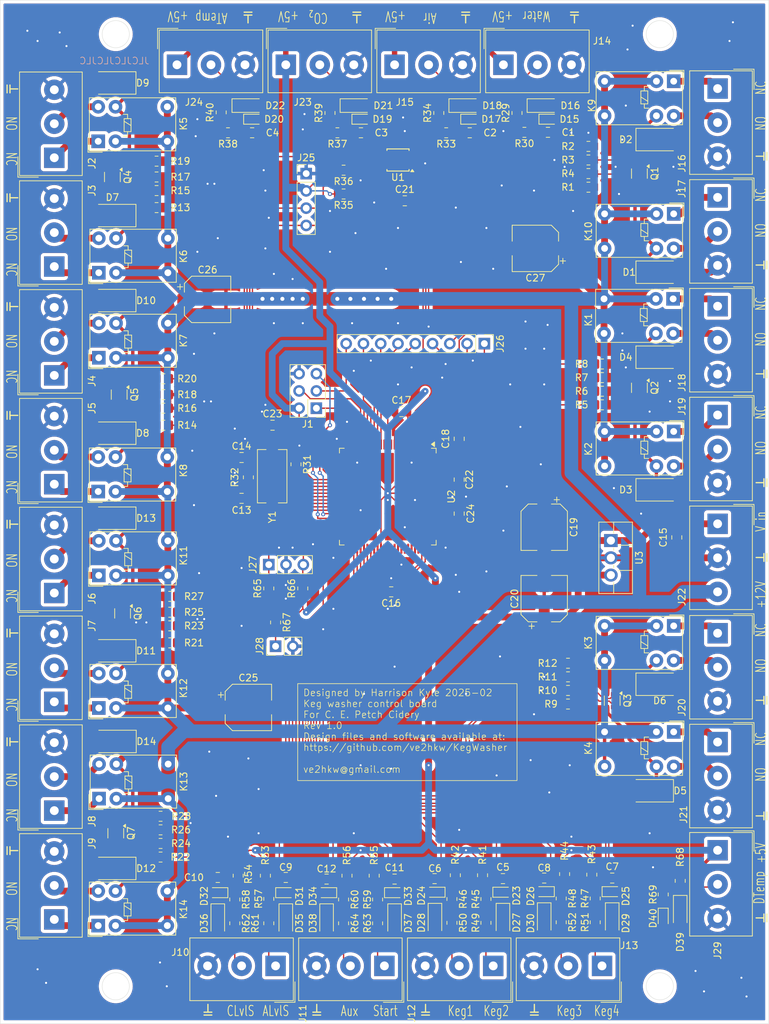
<source format=kicad_pcb>
(kicad_pcb (version 20240108) (generator "pcbnew") (generator_version "8.0")
  (layers (0 "F.Cu" signal) (31 "B.Cu" signal) (34 "B.Paste" user) (35 "F.Paste" user) (36 "B.SilkS" user "B.Silkscreen") (37 "F.SilkS" user "F.Silkscreen") (38 "B.Mask" user) (39 "F.Mask" user) (44 "Edge.Cuts" user))
  (net 0 "")
  (net 1 "GND")
  (net 2 "Net-(D15-K)")
  (net 3 "Net-(D17-K)")
  (net 4 "Net-(D19-K)")
  (net 5 "Net-(D20-K)")
  (net 6 "Net-(D23-K)")
  (net 7 "Net-(D24-K)")
  (net 8 "Net-(D25-K)")
  (net 9 "Net-(D26-K)")
  (net 10 "Net-(D31-K)")
  (net 11 "Net-(D32-K)")
  (net 12 "Net-(D33-K)")
  (net 13 "Net-(D34-K)")
  (net 14 "Net-(U2-XTAL1)")
  (net 15 "Net-(C14-Pad2)")
  (net 16 "+12V")
  (net 17 "+5V")
  (net 18 "Net-(U2-AREF)")
  (net 19 "Net-(D1-K)")
  (net 20 "Net-(D2-K)")
  (net 21 "Net-(D3-K)")
  (net 22 "Net-(D4-K)")
  (net 23 "Net-(D5-K)")
  (net 24 "Net-(D6-K)")
  (net 25 "Net-(D7-K)")
  (net 26 "Net-(D8-K)")
  (net 27 "Net-(D9-K)")
  (net 28 "Net-(D10-K)")
  (net 29 "Net-(D11-K)")
  (net 30 "Net-(D12-K)")
  (net 31 "Net-(D13-K)")
  (net 32 "Net-(D14-K)")
  (net 33 "Net-(D16-K)")
  (net 34 "Net-(D18-K)")
  (net 35 "Net-(D21-K)")
  (net 36 "Net-(D22-K)")
  (net 37 "Net-(D27-K)")
  (net 38 "Net-(D28-K)")
  (net 39 "Net-(D29-K)")
  (net 40 "Net-(D30-K)")
  (net 41 "Net-(D35-K)")
  (net 42 "Net-(D36-K)")
  (net 43 "Net-(D37-K)")
  (net 44 "Net-(D38-K)")
  (net 45 "Net-(J1-Pin_1)")
  (net 46 "Net-(J1-Pin_5)")
  (net 47 "Net-(J1-Pin_4)")
  (net 48 "Net-(J1-Pin_3)")
  (net 49 "Net-(J2-Pin_2)")
  (net 50 "Net-(J2-Pin_1)")
  (net 51 "Net-(J3-Pin_1)")
  (net 52 "Net-(J3-Pin_2)")
  (net 53 "Net-(J4-Pin_1)")
  (net 54 "Net-(J4-Pin_2)")
  (net 55 "Net-(J5-Pin_2)")
  (net 56 "Net-(J5-Pin_1)")
  (net 57 "Net-(J6-Pin_2)")
  (net 58 "Net-(J6-Pin_1)")
  (net 59 "Net-(J7-Pin_2)")
  (net 60 "Net-(J7-Pin_1)")
  (net 61 "Net-(J8-Pin_1)")
  (net 62 "Net-(J8-Pin_2)")
  (net 63 "Net-(J9-Pin_1)")
  (net 64 "Net-(J9-Pin_2)")
  (net 65 "Net-(J10-Pin_1)")
  (net 66 "Net-(J10-Pin_2)")
  (net 67 "Net-(J11-Pin_1)")
  (net 68 "Net-(J11-Pin_2)")
  (net 69 "Net-(J12-Pin_2)")
  (net 70 "Net-(J12-Pin_1)")
  (net 71 "Net-(J13-Pin_1)")
  (net 72 "Net-(J13-Pin_2)")
  (net 73 "Net-(J14-Pin_2)")
  (net 74 "Net-(J15-Pin_2)")
  (net 75 "Net-(J16-Pin_1)")
  (net 76 "Net-(J16-Pin_2)")
  (net 77 "Net-(J17-Pin_2)")
  (net 78 "Net-(J17-Pin_1)")
  (net 79 "Net-(J18-Pin_2)")
  (net 80 "Net-(J18-Pin_1)")
  (net 81 "Net-(J19-Pin_1)")
  (net 82 "Net-(J19-Pin_2)")
  (net 83 "Net-(J20-Pin_2)")
  (net 84 "Net-(J20-Pin_1)")
  (net 85 "Net-(J21-Pin_1)")
  (net 86 "Net-(J21-Pin_2)")
  (net 87 "Net-(J23-Pin_2)")
  (net 88 "Net-(J24-Pin_2)")
  (net 89 "Net-(J25-Pin_3)")
  (net 90 "Net-(J25-Pin_4)")
  (net 91 "Net-(J26-Pin_3)")
  (net 92 "Net-(J26-Pin_1)")
  (net 93 "Net-(J26-Pin_8)")
  (net 94 "Net-(J26-Pin_9)")
  (net 95 "Net-(J26-Pin_7)")
  (net 96 "Net-(J26-Pin_6)")
  (net 97 "Net-(J26-Pin_5)")
  (net 98 "Net-(J26-Pin_4)")
  (net 99 "Net-(J26-Pin_2)")
  (net 100 "PD3")
  (net 101 "PD2")
  (net 102 "Net-(J29-Pin_2)")
  (net 103 "Net-(Q1-G2)")
  (net 104 "Net-(Q1-G1)")
  (net 105 "Net-(Q2-G2)")
  (net 106 "Net-(Q2-G1)")
  (net 107 "Net-(Q3-G1)")
  (net 108 "Net-(Q3-G2)")
  (net 109 "Net-(Q4-G2)")
  (net 110 "Net-(Q4-G1)")
  (net 111 "Net-(Q5-G2)")
  (net 112 "Net-(Q5-G1)")
  (net 113 "Net-(Q6-G1)")
  (net 114 "Net-(Q6-G2)")
  (net 115 "Net-(Q7-G2)")
  (net 116 "Net-(Q7-G1)")
  (net 117 "Net-(U2-PA0)")
  (net 118 "Net-(U2-PA1)")
  (net 119 "Net-(U2-PA2)")
  (net 120 "Net-(U2-PA3)")
  (net 121 "Net-(U2-PA4)")
  (net 122 "Net-(U2-PA5)")
  (net 123 "Net-(U2-PL0)")
  (net 124 "Net-(U2-PL2)")
  (net 125 "Net-(U2-PL1)")
  (net 126 "Net-(U2-PL3)")
  (net 127 "Net-(U2-PL4)")
  (net 128 "Net-(U2-PL6)")
  (net 129 "Net-(U2-PL5)")
  (net 130 "Net-(U2-PL7)")
  (net 131 "Net-(U2-XTAL2)")
  (net 132 "Net-(U1-ALERT{slash}RDY)")
  (net 176 "Net-(D39-K)")
  (net 178 "PD7")
  (net 180 "+VDC")
  (footprint "Resistor_SMD:R_0805_2012Metric" (layer "F.Cu") (at 170.5 88 180)
    (property "Reference" "R15")
    (property "Value" "100K")
  )
  (footprint "Package_TO_SOT_SMD:SOT-363_SC-70-6" (layer "F.Cu") (at 164.5 182.5 -90)
    (property "Reference" "Q7")
    (property "Value" "DMN3190LDW")
  )
  (footprint "Relay_THT:Relay_SPDT_Omron_G5V-1" (layer "F.Cu") (at 162 100.08 90)
    (property "Reference" "K6")
    (property "Value" "G5V-1")
  )
  (footprint "Connector_PinHeader_2.54mm:PinHeader_1x03_P2.54mm_Vertical" (layer "F.Cu") (at 187 143 90)
    (property "Reference" "J27")
    (property "Value" "Conn_01x03")
  )
  (footprint "Resistor_SMD:R_0805_2012Metric" (layer "F.Cu") (at 182 195.7375 -90)
    (property "Reference" "R62")
    (property "Value" "10R")
  )
  (footprint "Resistor_SMD:R_0805_2012Metric" (layer "F.Cu") (at 236 119.5)
    (property "Reference" "R5")
    (property "Value" "1K")
  )
  (footprint "Diode_SMD:D_SMA" (layer "F.Cu") (at 163.9575 104.1725 180)
    (property "Reference" "D10")
    (property "Value" "P4SMAJ14A")
  )
  (footprint "Capacitor_SMD:CP_Elec_6.3x7.7" (layer "F.Cu") (at 227.5 148 90)
    (property "Reference" "C20")
    (property "Value" "865080645012")
  )
  (footprint "Resistor_SMD:R_0805_2012Metric" (layer "F.Cu") (at 202.5 188.7375 90)
    (property "Reference" "R55")
    (property "Value" "100K")
  )
  (footprint "Resistor_SMD:R_0805_2012Metric" (layer "F.Cu") (at 213.0875 79.5 180)
    (property "Reference" "R33")
    (property "Value" "1K")
  )
  (footprint "Diode_SMD:D_SMA" (layer "F.Cu") (at 244.5 100)
    (property "Reference" "D1")
    (property "Value" "P4SMAJ14A")
  )
  (footprint "TerminalBlock_Altech:Altech_AK100_1x03_P5.00mm" (layer "F.Cu") (at 155.4575 99.1725 90)
    (property "Reference" "J3")
    (property "Value" "Screw_Terminal_01x03")
  )
  (footprint "Diode_SMD:D_0603_1608Metric" (layer "F.Cu") (at 195.5 191.2375 180)
    (property "Reference" "D34")
    (property "Value" "D5V0S1UN2LP1610")
  )
  (footprint "Diode_SMD:D_SMA" (layer "F.Cu") (at 163.9575 72.1725 180)
    (property "Reference" "D9")
    (property "Value" "P4SMAJ14A")
  )
  (footprint "Resistor_SMD:R_0805_2012Metric" (layer "F.Cu") (at 172.5 152 180)
    (property "Reference" "R23")
    (property "Value" "100K")
  )
  (footprint "Resistor_SMD:R_0805_2012Metric" (layer "F.Cu") (at 230 195.5875 -90)
    (property "Reference" "R52")
    (property "Value" "10R")
  )
  (footprint "TerminalBlock_Altech:Altech_AK100_1x03_P5.00mm" (layer "F.Cu") (at 253 169.0875 -90)
    (property "Reference" "J21")
    (property "Value" "Screw_Terminal_01x03")
  )
  (footprint "Resistor_SMD:R_0805_2012Metric" (layer "F.Cu") (at 212 76.5875 90)
    (property "Reference" "R34")
    (property "Value" "10R")
  )
  (footprint "Diode_SMD:D_SOD-123" (layer "F.Cu") (at 205.5 195.2375 -90)
    (property "Reference" "D37")
    (property "Value" "BAT54GW")
  )
  (footprint "Resistor_SMD:R_0805_2012Metric" (layer "F.Cu") (at 198 192.2375 -90)
    (property "Reference" "R60")
    (property "Value" "1K")
  )
  (footprint "Diode_SMD:D_0603_1608Metric" (layer "F.Cu") (at 205.5 191.2375)
    (property "Reference" "D33")
    (property "Value" "D5V0S1UN2LP1610")
  )
  (footprint "Diode_SMD:D_SOD-123" (layer "F.Cu") (at 221.4325 195.17 -90)
    (property "Reference" "D27")
    (property "Value" "BAT54GW")
  )
  (footprint "Diode_SMD:D_0603_1608Metric" (layer "F.Cu") (at 227.5 191.0875 180)
    (property "Reference" "D26")
    (property "Value" "D5V0S1UN2LP1610")
  )
  (footprint "TerminalBlock_Altech:Altech_AK100_1x03_P5.00mm" (layer "F.Cu") (at 253 137 -90)
    (property "Reference" "J22")
    (property "Value" "Screw_Terminal_01x03")
  )
  (footprint "TerminalBlock_Altech:Altech_AK100_1x03_P5.00mm" (layer "F.Cu") (at 189.5 69.5)
    (property "Reference" "J23")
    (property "Value" "Screw_Terminal_01x03")
  )
  (footprint "TerminalBlock_Altech:Altech_AK100_1x03_P5.00mm" (layer "F.Cu") (at 253 185 -90)
    (property "Reference" "J29")
    (property "Value" "Screw_Terminal_01x03")
  )
  (footprint "Relay_THT:Relay_SPDT_Omron_G5V-1" (layer "F.Cu") (at 162 164.08 90)
    (property "Reference" "K12")
    (property "Value" "G5V-1")
  )
  (footprint "Resistor_SMD:R_0805_2012Metric" (layer "F.Cu") (at 186.5 188.7375 90)
    (property "Reference" "R53")
    (property "Value" "100K")
  )
  (footprint "Resistor_SMD:R_0805_2012Metric" (layer "F.Cu") (at 171.5 120 180)
    (property "Reference" "R16")
    (property "Value" "100K")
  )
  (footprint "Connector_PinHeader_2.54mm:PinHeader_1x09_P2.54mm_Vertical" (layer "F.Cu") (at 218.7 110.5 -90)
    (property "Reference" "J26")
    (property "Value" "Conn_01x09")
  )
  (footprint "Resistor_SMD:R_0805_2012Metric" (layer "F.Cu") (at 181 79.5 180)
    (property "Reference" "R38")
    (property "Value" "1K")
  )
  (footprint "Resistor_SMD:R_0805_2012Metric" (layer "F.Cu") (at 234.5 188.5875 90)
    (property "Reference" "R43")
    (property "Value" "100K")
  )
  (footprint "Capacitor_SMD:C_0805_2012Metric" (layer "F.Cu") (at 227.5 189.0875 180)
    (property "Reference" "C8")
    (property "Value" "10nf")
  )
  (footprint "Resistor_SMD:R_0805_2012Metric" (layer "F.Cu") (at 230 192.0875 -90)
    (property "Reference" "R48")
    (property "Value" "1K")
  )
  (footprint "Resistor_SMD:R_0805_2012Metric" (layer "F.Cu") (at 218.4325 188.67 90)
    (property "Reference" "R41")
    (property "Value" "100K")
  )
  (footprint "Diode_SMD:D_SMA" (layer "F.Cu") (at 163.9575 91.6725 180)
    (property "Reference" "D7")
    (property "Value" "P4SMAJ14A")
  )
  (footprint "Resistor_SMD:R_0805_2012Metric" (layer "F.Cu") (at 236 117.5)
    (property "Reference" "R6")
    (property "Value" "100K")
  )
  (footprint "Relay_THT:Relay_SPDT_Omron_G5V-1" (layer "F.Cu") (at 162 112.58 90)
    (property "Reference" "K7")
    (property "Value" "G5V-1")
  )
  (footprint "TerminalBlock_Altech:Altech_AK100_1x03_P5.00mm" (layer "F.Cu") (at 155.4575 195.1725 90)
    (property "Reference" "J9")
    (property "Value" "Screw_Terminal_01x03")
  )
  (footprint "Capacitor_SMD:C_0805_2012Metric" (layer "F.Cu") (at 237.5 189.0875)
    (property "Reference" "C7")
    (property "Value" "10nf")
  )
  (footprint "Diode_SMD:D_SMA" (layer "F.Cu") (at 244.5 132)
    (property "Reference" "D3")
    (property "Value" "P4SMAJ14A")
  )
  (footprint "Resistor_SMD:R_0805_2012Metric" (layer "F.Cu") (at 184 130.1625 -90)
    (property "Reference" "R32")
    (property "Value" "100K")
  )
  (footprint "Resistor_SMD:R_0805_2012Metric" (layer "F.Cu") (at 196 76.5875 90)
    (property "Reference" "R39")
    (property "Value" "10R")
  )
  (footprint "Diode_SMD:D_SMA" (layer "F.Cu") (at 244.5 160.5875)
    (property "Reference" "D6")
    (property "Value" "P4SMAJ14A")
  )
  (footprint "Relay_THT:Relay_SPDT_Omron_G5V-1" (layer "F.Cu") (at 246.54 167.5925 -90)
    (property "Reference" "K4")
    (property "Value" "G5V-1")
  )
  (footprint "Resistor_SMD:R_0805_2012Metric" (layer "F.Cu") (at 171.5 122.5 180)
    (property "Reference" "R14")
    (property "Value" "1K")
  )
  (footprint "Capacitor_SMD:C_0805_2012Metric" (layer "F.Cu") (at 205.5 189.2375)
    (property "Reference" "C11")
    (property "Value" "10nf")
  )
  (footprint "Resistor_SMD:R_0805_2012Metric" (layer "F.Cu") (at 182.5 188.7375 90)
    (property "Reference" "R54")
    (property "Value" "100K")
  )
  (footprint "Resistor_SMD:R_0805_2012Metric" (layer "F.Cu") (at 172.5 150)
    (property "Reference" "R25")
    (property "Value" "100K")
  )
  (footprint "TerminalBlock_Altech:Altech_AK100_1x03_P5.00mm" (layer "F.Cu") (at 155.4575 163.1725 90)
    (property "Reference" "J7")
    (property "Value" "Screw_Terminal_01x03")
  )
  (footprint "Diode_SMD:D_SMA" (layer "F.Cu") (at 163.9575 155.6725 180)
    (property "Reference" "D11")
    (property "Value" "P4SMAJ14A")
  )
  (footprint "Capacitor_SMD:CP_Elec_6.3x7.7" (layer "F.Cu") (at 184 164)
    (property "Reference" "C25")
    (property "Value" "865080645012")
  )
  (footprint "Diode_SMD:D_SMA" (layer "F.Cu") (at 163.9575 136.1725 180)
    (property "Reference" "D13")
    (property "Value" "P4SMAJ14A")
  )
  (footprint "Diode_SMD:D_0603_1608Metric" (layer "F.Cu") (at 179.5 191.2375 180)
    (property "Reference" "D32")
    (property "Value" "D5V0S1UN2LP1610")
  )
  (footprint "Diode_SMD:D_SOD-123" (layer "F.Cu") (at 199.85 75.5)
    (property "Reference" "D21")
    (property "Value" "BAT54GW")
  )
  (footprint "Resistor_SMD:R_0805_2012Metric" (layer "F.Cu") (at 213.9325 195.67 -90)
    (property "Reference" "R50")
    (property "Value" "10R")
  )
  (footprint "Package_QFP:TQFP-100_14x14mm_P0.5mm" (layer "F.Cu") (at 204.5 133 -90)
    (property "Reference" "U2")
    (property "Value" "ATmega2560-16A")
  )
  (footprint "Resistor_SMD:R_0805_2012Metric" (layer "F.Cu") (at 231 163.5)
    (property "Reference" "R9")
    (property "Value" "1K")
  )
  (footprint "Diode_SMD:D_0603_1608Metric" (layer "F.Cu") (at 189.5 191.2375)
    (property "Reference" "D31")
    (property "Value" "D5V0S1UN2LP1610")
  )
  (footprint "Resistor_SMD:R_0805_2012Metric" (layer "F.Cu") (at 171.0875 184 180)
    (property "Reference" "R24")
    (property "Value" "100K")
  )
  (footprint "Diode_SMD:D_0603_1608Metric" (layer "F.Cu") (at 184.7875 77.5)
    (property "Reference" "D20")
    (property "Value" "D5V0S1UN2LP1610")
  )
  (footprint "Resistor_SMD:R_0805_2012Metric" (layer "F.Cu") (at 231 157.5 180)
    (property "Reference" "R12")
    (property "Value" "1K")
  )
  (footprint "Diode_SMD:D_SOD-123" (layer "F.Cu") (at 227.35 75.5)
    (property "Reference" "D16")
    (property "Value" "BAT54GW")
  )
  (footprint "Resistor_SMD:R_0805_2012Metric" (layer "F.Cu") (at 197.0875 79.5 180)
    (property "Reference" "R37")
    (property "Value" "1K")
  )
  (footprint "Capacitor_SMD:C_0805_2012Metric" (layer "F.Cu") (at 195.5 189.2375 180)
    (property "Reference" "C12")
    (property "Value" "10nf")
  )
  (footprint "Resistor_SMD:R_0805_2012Metric" (layer "F.Cu") (at 171.5 118)
    (property "Reference" "R18")
    (property "Value" "100K")
  )
  (footprint "Package_TO_SOT_SMD:SOT-363_SC-70-6" (layer "F.Cu") (at 165 118 -90)
    (property "Reference" "Q5")
    (property "Value" "DMN3190LDW")
  )
  (footprint "Resistor_SMD:R_0805_2012Metric" (layer "F.Cu") (at 170.5 90.5 180)
    (property "Reference" "R13")
    (property "Value" "1K")
  )
  (footprint "Resistor_SMD:R_0805_2012Metric" (layer "F.Cu") (at 198 195.7375 -90)
    (property "Reference" "R64")
    (property "Value" "10R")
  )
  (footprint "Package_TO_SOT_THT:TO-220F-3_Vertical" (layer "F.Cu") (at 237.305 139.46 -90)
    (property "Reference" "U3")
    (property "Value" "L7805")
  )
  (footprint "Resistor_SMD:R_0805_2012Metric" (layer "F.Cu") (at 198.5 188.7375 90)
    (property "Reference" "R56")
    (property "Value" "100K")
  )
  (footprint "Resistor_SMD:R_0805_2012Metric" (layer "F.Cu") (at 234 81.5 180)
    (property "Reference" "R2")
    (property "Value" "1K")
  )
  (footprint "Capacitor_SMD:C_0805_2012Metric" (layer "F.Cu") (at 179.5 189 180)
    (property "Reference" "C10")
    (property "Value" "10nf")
  )
  (footprint "TerminalBlock_Altech:Altech_AK100_1x03_P5.00mm" (layer "F.Cu") (at 221.5 69.5)
    (property "Reference" "J14")
    (property "Value" "Screw_Terminal_01x03")
  )
  (footprint "Capacitor_SMD:C_0805_2012Metric" (layer "F.Cu") (at 206.5 120.5)
    (property "Reference" "C17")
    (property "Value" "100nF")
  )
  (footprint "Diode_SMD:D_SMA" (layer "F.Cu") (at 244.5 112.5)
    (property "Reference" "D4")
    (property "Value" "P4SMAJ14A")
  )
  (footprint "TerminalBlock_Altech:Altech_AK100_1x03_P5.00mm" (layer "F.Cu") (at 155.4575 83.1725 90)
    (property "Reference" "J2")
    (property "Value" "Screw_Terminal_01x03")
  )
  (footprint "Relay_THT:Relay_SPDT_Omron_G5V-1" (layer "F.Cu") (at 246.54 91.42 -90)
    (property "Reference" "K10")
    (property "Value" "G5V-1")
  )
  (footprint "Resistor_SMD:R_0805_2012Metric" (layer "F.Cu") (at 203 192.2375 -90)
    (property "Reference" "R59")
    (property "Value" "1K")
  )
  (footprint "TerminalBlock_Altech:Altech_AK100_1x03_P5.00mm" (layer "F.Cu") (at 173.5 69.5)
    (property "Reference" "J24")
    (property "Value" "Screw_Terminal_01x03")
  )
  (footprint "Package_TO_SOT_SMD:SOT-363_SC-70-6" (layer "F.Cu") (at 241.5 85.5 -90)
    (property "Reference" "Q1")
    (property "Value" "DMN3190LDW")
  )
  (footprint "Resistor_SMD:R_0805_2012Metric" (layer "F.Cu") (at 187 192.15 -90)
    (property "Reference" "R57")
    (property "Value" "1K")
  )
  (footprint "Capacitor_SMD:C_0805_2012Metric" (layer "F.Cu") (at 211.3825 189.17 180)
    (property "Reference" "C6")
    (property "Value" "10nf")
  )
  (footprint "Resistor_SMD:R_0805_2012Metric" (layer "F.Cu") (at 245 191.5 -90)
    (property "Reference" "R69")
    (property "Value" "10R")
  )
  (footprint "Capacitor_SMD:CP_Elec_6.3x7.7" (layer "F.Cu") (at 178 104)
    (property "Reference" "C26")
    (property "Value" "865080645012")
  )
  (footprint "Resistor_SMD:R_0805_2012Metric" (layer "F.Cu") (at 188 151.5 -90)
    (property "Reference" "R67")
    (property "Value" "10K")
  )
  (footprint "Resistor_SMD:R_0805_2012Metric" (layer "F.Cu") (at 235 192.0875 -90)
    (property "Reference" "R47")
    (property "Value" "1K")
  )
  (footprint "Resistor_SMD:R_0805_2012Metric" (layer "F.Cu") (at 192 146.5 90)
    (property "Reference" "R66")
    (property "Value" "10K")
  )
  (footprint "Resistor_SMD:R_0805_2012Metric" (layer "F.Cu") (at 231 159.5 180)
    (property "Reference" "R11")
    (property "Value" "100K")
  )
  (footprint "Resistor_SMD:R_0805_2012Metric" (layer "F.Cu") (at 230.5 188.5 90)
    (property "Reference" "R44")
    (property "Value" "100K")
  )
  (footprint "TerminalBlock_Altech:Altech_AK100_1x03_P5.00mm" (layer "F.Cu") (at 253 73 -90)
    (property "Reference" "J16")
    (property "Value" "Screw_Terminal_01x03")
  )
  (footprint "Capacitor_SMD:C_0805_2012Metric" (layer "F.Cu") (at 187.55 122.5)
    (property "Reference" "C23")
    (property "Value" "100nF")
  )
  (footprint "Resistor_SMD:R_0805_2012Metric" (layer "F.Cu") (at 236 115.5 180)
    (property "Reference" "R7")
    (property "Value" "100K")
  )
  (footprint "Relay_THT:Relay_SPDT_Omron_G5V-1" (layer "F.Cu") (at 246.54 71.92 -90)
    (property "Reference" "K9")
    (property "Value" "G5V-1")
  )
  (footprint "Diode_SMD:D_0603_1608Metric" (layer "F.Cu") (at 216.7125 77.5)
    (property "Reference" "D17")
    (property "Value" "D5V0S1UN2LP1610")
  )
  (footprint "Resistor_SMD:R_0805_2012Metric" (layer "F.Cu") (at 224.5875 79.4325 180)
    (property "Reference" "R30")
    (property "Value" "1K")
  )
  (footprint "Relay_THT:Relay_SPDT_Omron_G5V-1" (layer "F.Cu") (at 246.54 123.42 -90)
    (property "Reference" "K2")
    (property "Value" "G5V-1")
  )
  (footprint "Resistor_SMD:R_0805_2012Metric" (layer "F.Cu") (at 234 83.5 180)
    (property "Reference" "R3")
    (property "Value" "100K")
  )
  (footprint "Diode_SMD:D_0603_1608Metric" (layer "F.Cu") (at 228.2125 77.5)
    (property "Reference" "D15")
    (property "Value" "D5V0S1UN2LP1610")
  )
  (footprint "Relay_THT:Relay_SPDT_Omron_G5V-1" (layer "F.Cu") (at 162.0425 177.4075 90)
    (property "Reference" "K13")
    (property "Value" "G5V-1")
  )
  (footprint "Diode_SMD:D_0603_1608Metric" (layer "F.Cu") (at 221.4325 191.17)
    (property "Reference" "D23")
    (property "Value" "D5V0S1UN2LP1610")
  )
  (footprint "Capacitor_SMD:C_0805_2012Metric" (layer "F.Cu") (at 200.55 79.5)
    (property "Reference" "C3")
    (property "Value" "10nf")
  )
  (footprint "Diode_SMD:D_SOD-123" (layer "F.Cu") (at 215.85 75.5)
    (property "Reference" "D18")
    (property "Value" "BAT54GW")
  )
  (footprint "Capacitor_SMD:C_0805_2012Metric" (layer "F.Cu") (at 184.55 79.5)
    (property "Reference" "C4")
    (property "Value" "10nf")
  )
  (footprint "Package_TO_SOT_SMD:SOT-363_SC-70-6" (layer "F.Cu") (at 241.5 117 -90)
    (property "Reference" "Q2")
    (property "Value" "DMN3190LDW")
  )
  (footprint "TerminalBlock_Altech:Altech_AK100_1x03_P5.00mm" (layer "F.Cu") (at 155.4575 131.1725 90)
    (property "Reference" "J5")
    (property "Value" "Screw_Terminal_01x03")
  )
  (footprint "Resistor_SMD:R_0805_2012Metric" (layer "F.Cu") (at 180 76.5 90)
    (property "Reference" "R40")
    (property "Value" "10R")
  )
  (footprint "Capacitor_SMD:C_0805_2012Metric" (layer "F.Cu") (at 183 127.25)
    (property "Reference" "C14")
    (property "Value" "22pF")
  )
  (footprint "Resistor_SMD:R_0805_2012Metric" (layer "F.Cu") (at 187 146.5 90)
    (property "Reference" "R65")
    (property "Value" "10K")
  )
  (footprint "Diode_SMD:D_SOD-123" (layer "F.Cu") (at 227.5 195.0875 -90)
    (property "Reference" "D30")
    (property "Value" "BAT54GW")
  )
  (footprint "TerminalBlock_Altech:Altech_AK100_1x03_P5.00mm" (layer "F.Cu") (at 205.5 69.5)
    (property "Reference" "J15")
    (property "Value" "Screw_Terminal_01x03")
  )
  (footprint "Diode_SMD:D_SMA" (layer "F.Cu") (at 244.5 80.5)
    (property "Reference" "D2")
    (property "Value" "P4SMAJ14A")
  )
  (footprint "Relay_THT:Relay_SPDT_Omron_G5V-1" (layer "F.Cu") (at 161.9175 132.2525 90)
    (property "Reference" "K8")
    (property "Value" "G5V-1")
  )
  (footprint "Relay_THT:Relay_SPDT_Omron_G5V-1" (layer "F.Cu") (at 246.4575 103.92 -90)
    (property "Reference" "K1")
    (property "Value" "G5V-1")
  )
  (footprint "Resistor_SMD:R_0805_2012Metric" (layer "F.Cu") (at 203 195.7375 -90)
    (property "Reference" "R63")
    (property "Value" "10R")
  )
  (footprint "Resistor_SMD:R_0805_2012Metric" (layer "F.Cu") (at 171.5 115.6725)
    (property "Reference" "R20")
    (property "Value" "1K")
  )
  (footprint "Resistor_SMD:R_0805_2012Metric" (layer "F.Cu") (at 171.0875 182)
    (property "Reference" "R26")
    (property "Value" "100K")
  )
  (footprint "TerminalBlock_Altech:Altech_AK100_1x03_P5.00mm" (layer "F.Cu") (at 253 105 -90)
    (property "Reference" "J18")
    (property "Value" "Screw_Terminal_01x03")
  )
  (footprint "Resistor_SMD:R_0805_2012Metric" (layer "F.Cu") (at 191 128.25 -90)
    (property "Reference" "R31")
    (property "Value" "27R")
  )
  (footprint "Capacitor_SMD:C_0805_2012Metric" (layer "F.Cu") (at 228.05 79.4325)
    (property "Reference" "C1")
    (property "Value" "10nf")
  )
  (footprint "TerminalBlock_Altech:Altech_AK100_1x03_P5.00mm" (layer "F.Cu") (at 155.4575 115.1725 90)
    (property "Reference" "J4")
    (property "Value" "Screw_Terminal_01x03")
  )
  (footprint "Resistor_SMD:R_0805_2012Metric" (layer "F.Cu") (at 187 195.7375 -90)
    (property "Reference" "R61")
    (property "Value" "10R")
  )
  (footprint "Diode_SMD:D_SOD-123" (layer "F.Cu") (at 183.95 75.5)
    (property "Reference" "D22")
    (property "Value" "BAT54GW")
  )
  (footprint "Capacitor_SMD:C_0805_2012Metric" (layer "F.Cu") (at 247 139 -90)
    (property "Reference" "C15")
    (property "Value" "100nF")
  )
  (footprint "Connector_PinHeader_2.54mm:PinHeader_1x04_P2.54mm_Vertical" (layer "F.Cu") (at 192.5 85.5)
    (property "Reference" "J25")
    (property "Value" "Conn_01x04")
  )
  (footprint "Capacitor_SMD:C_0805_2012Metric" (layer "F.Cu") (at 207 89.5)
    (property "Reference" "C21")
    (property "Value" "100nF")
  )
  (footprint "Capacitor_SMD:C_0805_2012Metric" (layer "F.Cu") (at 221.4325 189.17)
    (property "Reference" "C5")
    (property "Value" "10nf")
  )
  (footprint "Resistor_SMD:R_0805_2012Metric" (layer "F.Cu") (at 218.9325 192.17 -90)
    (property "Reference" "R45")
    (property "Value" "1K")
  )
  (footprint "TerminalBlock_Altech:Altech_AK100_1x03_P5.00mm" (layer "F.Cu") (at 253 121 -90)
    (property "Reference" "J19")
    (property "Value" "Screw_Terminal_01x03")
  )
  (footprint "TerminalBlock_Altech:Altech_AK100_1x03_P5.00mm" (layer "F.Cu") (at 155.4575 147.1725 90)
    (property "Reference" "J6")
    (property "Value" "Screw_Terminal_01x03")
  )
  (footprint "Resistor_SMD:R_0805_2012Metric" (layer "F.Cu") (at 218.9325 195.67 -90)
    (property "Reference" "R49")
    (property "Value" "10R")
  )
  (footprint "Capacitor_SMD:C_0805_2012Metric" (layer "F.Cu") (at 205 147 180)
    (property "Reference" "C16")
    (property "Value" "100nF")
  )
  (footprint "TerminalBlock_Altech:Altech_AK100_1x03_P5.00mm" (layer "F.Cu") (at 188 202 180)
    (property "Reference" "J10")
    (property "Value" "Screw_Terminal_01x03")
  )
  (footprint "Relay_THT:Relay_SPDT_Omron_G5V-1" (layer "F.Cu") (at 161.9175 80.7525 90)
    (property "Reference" "K5")
    (property "Value" "G5V-1")
  )
  (footprint "TerminalBlock_Altech:Altech_AK100_1x03_P5.00mm" (layer "F.Cu") (at 204 202 180)
    (property "Reference" "J11")
    (property "Value" "Screw_Terminal_01x03")
  )
  (footprint "Diode_SMD:D_SMA" (layer "F.Cu") (at 243 176.25 180)
    (property "Reference" "D5")
    (property "Value" "P4SMAJ14A")
  )
  (footprint "Resistor_SMD:R_0805_2012Metric" (layer "F.Cu") (at 170.5 86)
    (property "Reference" "R17")
    (property "Value" "100K")
  )
  (footprint "Diode_SMD:D_0603_1608Metric" (layer "F.Cu") (at 211.4325 191.17 180)
    (property "Reference" "D24")
    (property "Value" "D5V0S1UN2LP1610")
  )
  (footprint "Relay_THT:Relay_SPDT_Omron_G5V-1" (layer "F.Cu") (at 246.54 152.0075 -90)
    (property "Reference" "K3")
    (property "Value" "G5V-1")
  )
  (footprint "Resistor_SMD:R_0805_2012Metric" (layer "F.Cu") (at 234 85.5)
    (property "Reference" "R4")
    (property "Value" "100K")
  )
  (footprint "Crystal:Crystal_SMD_ECS_CSM3X-2Pin_7.6x4.1mm" (layer "F.Cu") (at 187.5 130 -90)
    (property "Reference" "Y1")
    (property "Value" "Crystal")
  )
  (footprint "Diode_SMD:D_SMA" (layer "F.Cu") (at 164 169 180)
    (property "Reference" "D14")
    (property "Value" "P4SMAJ14A")
  )
  (footprint "Package_TO_SOT_SMD:SOT-363_SC-70-6" (layer "F.Cu") (at 237.5 163 -90)
    (property "Reference" "Q3")
    (property "Value" "DMN3190LDW")
  )
  (footprint "Capacitor_SMD:C_0805_2012Metric" (layer "F.Cu") (at 215 124.5 -90)
    (property "Reference" "C18")
    (property "Value" "100nF")
  )
  (footprint "Capacitor_SMD:CP_Elec_6.3x7.7" (layer "F.Cu") (at 226.2 96.5 180)
    (property "Reference" "C27")
    (property "Value" "865080645012")
  )
  (footprint "Diode_SMD:D_0603_1608Metric" (layer "F.Cu") (at 237.5 191.0875)
    (property "Reference" "D25")
    (property "Value" "D5V0S1UN2LP1610")
  )
  (footprint "Resistor_SMD:R_0805_2012Metric" (layer "F.Cu") (at 235 195.5875 -90)
    (property "Reference" "R51")
    (property "Value" "10R")
  )
  (footprint "Capacitor_SMD:C_0805_2012Metric" (layer "F.Cu") (at 215 135.5 -90)
    (property "Reference" "C24")
    (property "Value" "100nF")
  )
  (footprint "Capacitor_SMD:CP_Elec_6.3x7.7" (layer "F.Cu") (at 227.5 137.5 -90)
    (property "Reference" "C19")
    (property "Value" "865080645012")
  )
  (footprint "TerminalBlock_Altech:Altech_AK100_1x03_P5.00mm" (layer "F.Cu") (at 253 89 -90)
    (property "Reference" "J17")
    (property "Value" "Screw_Terminal_01x03")
  )
  (footprint "Package_TO_SOT_SMD:SOT-363_SC-70-6" (layer "F.Cu") (at 165.5 150.1725 -90)
    (property "Reference" "Q6")
    (property "Value" "DMN3190LDW")
  )
  (footprint "Diode_SMD:D_SOD-123" (layer "F.Cu") (at 237.5 195.0875 -90)
    (property "Reference" "D29")
    (property "Value" "BAT54GW")
  )
  (footprint "TerminalBlock_Altech:Altech_AK100_1x03_P5.00mm" (layer "F.Cu") (at 220 202 180)
    (property "Reference" "J12")
    (property "Value" "Screw_Terminal_01x03")
  )
  (footprint "Resistor_SMD:R_0805_2012Metric" (layer "F.Cu") (at 213.9325 192.17 -90)
    (property "Reference" "R46")
    (property "Value" "1K")
  )
  (footprint "Diode_SMD:D_0603_1608Metric" (layer "F.Cu") (at 245 195 -90)
    (property "Reference" "D40")
    (property "Value" "D5V0S1UN2LP1610")
  )
  (footprint "Capacitor_SMD:C_0805_2012Metric" (layer "F.Cu") (at 216.55 79.5)
    (property "Reference" "C2")
    (property "Value" "10nf")
  )
  (footprint "Capacitor_SMD:C_0805_2012Metric" (layer "F.Cu") (at 183 133.25)
    (property "Reference" "C13")
    (property "Value" "22pF")
  )
  (footprint "Resistor_SMD:R_0805_2012Metric" (layer "F.Cu") (at 182 192.2375 -90)
    (property "Reference" "R58")
    (property "Value" "1K")
  )
  (footprint "TerminalBlock_Altech:Altech_AK100_1x03_P5.00mm" (layer "F.Cu") (at 155.4575 179.1725 90)
    (property "Reference" "J8")
    (property "Value" "Screw_Terminal_01x03")
  )
  (footprint "Resistor_SMD:R_0805_2012Metric" (layer "F.Cu") (at 234 87.5)
    (property "Reference" "R1")
    (property "Value" "1K")
  )
  (footprint "Diode_SMD:D_SMA" (layer "F.Cu") (at 163.9575 187.6725 180)
    (property "Reference" "D12")
    (property "Value" "P4SMAJ14A")
  )
  (footprint "Resistor_SMD:R_0805_2012Metric" (layer "F.Cu") (at 170.5 83.6725)
    (property "Reference" "R19")
    (property "Value" "1K")
  )
  (footprint "Capacitor_SMD:C_0805_2012Metric" (layer "F.Cu") (at 189.5 189)
    (property "Reference" "C9")
    (property "Value" "10nf")
  )
  (footprint "Diode_SMD:D_0603_1608Metric" (layer "F.Cu") (at 200.7125 77.5)
    (property "Reference" "D19")
    (property "Value" "D5V0S1UN2LP1610")
  )
  (footprint "Connector_PinHeader_2.54mm:PinHeader_2x03_P2.54mm_Vertical" (layer "F.Cu") (at 194 120 180)
    (property "Reference" "J1")
    (property "Value" "Conn_02x03_Odd_Even")
  )
  (footprint "Resistor_SMD:R_0805_2012Metric" (layer "F.Cu") (at 236 113.5 180)
    (property "Reference" "R8")
    (property "Value" "1K")
  )
  (footprint "TerminalBlock_Altech:Altech_AK100_1x03_P5.00mm" (layer "F.Cu") (at 253 153.0875 -90)
    (property "Reference" "J20")
    (property "Value" "Screw_Terminal_01x03")
  )
  (footprint "Resistor_SMD:R_0805_2012Metric" (layer "F.Cu") (at 198 85 180)
    (property "Reference" "R36")
    (property "Value" "10K")
  )
  (footprint "Diode_SMD:D_SOD-123" (layer "F.Cu") (at 179.5 195.2375 -90)
    (property "Reference" "D36")
    (property "Value" "BAT54GW")
  )
  (footprint "Diode_SMD:D_SOD-123" (layer "F.Cu") (at 189.5 195.2375 -90)
    (property "Reference" "D35")
    (property "Value" "BAT54GW")
  )
  (footprint "Resistor_SMD:R_0805_2012Metric" (layer "F.Cu") (at 171.0875 186 180)
    (property "Reference" "R22")
    (property "Value" "1K")
  )
  (footprint "TerminalBlock_Altech:Altech_AK100_1x03_P5.00mm" (layer "F.Cu") (at 236 202 180)
    (property "Reference" "J13")
    (property "Value" "Screw_Terminal_01x03")
  )
  (footprint "Diode_SMD:D_SOD-123" (layer "F.Cu") (at 195.5 195.2375 -90)
    (property "Reference" "D38")
    (property "Value" "BAT54GW")
  )
  (footprint "Diode_SMD:D_SMA" (layer "F.Cu") (at 163.9575 123.6725 180)
    (property "Reference" "D8")
    (property "Value" "P4SMAJ14A")
  )
  (footprint "Resistor_SMD:R_0805_2012Metric" (layer "F.Cu") (at 231 161.5)
    (property "Reference" "R10")
    (property "Value" "100K")
  )
  (footprint "Capacitor_SMD:C_0805_2012Metric" (layer "F.Cu") (at 215 130.5 90)
    (property "Reference" "C22")
    (property "Value" "100nF")
  )
  (footprint "Resistor_SMD:R_0805_2012Metric" (layer "F.Cu") (at 171.0875 180)
    (property "Reference" "R28")
    (property "Value" "1K")
  )
  (footprint "Diode_SMD:D_SOD-123" (layer "F.Cu") (at 247.5 194 -90)
    (property "Reference" "D39")
    (property "Value" "BAT54GW")
  )
  (footprint "Resistor_SMD:R_0805_2012Metric" (layer "F.Cu") (at 214.4325 188.67 90)
    (property "Reference" "R42")
    (property "Value" "100K")
  )
  (footprint "Resistor_SMD:R_0805_2012Metric" (layer "F.Cu") (at 172.5 147.6725)
    (property "Reference" "R27")
    (property "Value" "1K")
  )
  (footprint "Diode_SMD:D_SOD-123" (layer "F.Cu") (at 211.4325 195.17 -90)
    (property "Reference" "D28")
    (property "Value" "BAT54GW")
  )
  (footprint "Relay_THT:Relay_SPDT_Omron_G5V-1" (layer "F.Cu") (at 162 144.58 90)
    (property "Reference" "K11")
    (property "Value" "G5V-1")
  )
  (footprint "Package_SO:TSSOP-10_3x3mm_P0.5mm" (layer "F.Cu") (at 206 83.5 180)
    (property "Reference" "U1")
    (property "Value" "ADS1115IDGS")
  )
  (footprint "Resistor_SMD:R_0805_2012Metric" (layer "F.Cu") (at 247.5 189.5 -90)
    (property "Reference" "R68")
    (property "Value" "4K7")
  )
  (footprint "Connector_PinHeader_2.54mm:PinHeader_1x02_P2.54mm_Vertical" (layer "F.Cu") (at 188 155 90)
    (property "Reference" "J28")
    (property "Value" "Conn_01x02")
  )
  (footprint "Resistor_SMD:R_0805_2012Metric" (layer "F.Cu") (at 172.5 154.5 180)
    (property "Reference" "R21")
    (property "Value" "1K")
  )
  (footprint "Resistor_SMD:R_0805_2012Metric" (layer "F.Cu") (at 198 88.5 180)
    (property "Reference" "R35")
    (property "Value" "10K")
  )
  (footprint "Relay_THT:Relay_SPDT_Omron_G5V-1" (layer "F.Cu") (at 161.9175 196.08 90)
    (property "Reference" "K14")
    (property "Value" "G5V-1")
  )
  (footprint "Resistor_SMD:R_0805_2012Metric" (layer "F.Cu") (at 223.5 76.5875 90)
    (property "Reference" "R29")
    (property "Value" "10R")
  )
  (footprint "Package_TO_SOT_SMD:SOT-363_SC-70-6" (layer "F.Cu") (at 164 86 -90)
    (property "Reference" "Q4")
    (property "Value" "DMN3190LDW")
  )
  (gr_circle (center 244.5 65) (end 246.5 65) (stroke (width 0.05)) (fill none) (layer "Edge.Cuts"))
  (gr_circle (center 164.5 205) (end 166.5 205) (stroke (width 0.05)) (fill none) (layer "Edge.Cuts"))
  (gr_circle (center 244.5 205) (end 246.5 205) (stroke (width 0.05)) (fill none) (layer "Edge.Cuts"))
  (gr_rect (start 147.5 60) (end 260.5 210.5) (stroke (width 0.05)) (fill none) (layer "Edge.Cuts"))
  (gr_circle (center 164.5 65) (end 166.5 65) (stroke (width 0.05)) (fill none) (layer "Edge.Cuts"))
  (gr_text "JLCJLCJLCJLC" (at 169.5 69.5 0) (layer "B.SilkS") (effects (font (size 1 1) (thickness 0.1)) (justify left bottom mirror)))
  (gr_text "⍊" (at 233 62 180) (layer "F.SilkS") (effects (font (size 1.5 1.5) (thickness 0.1875)) (justify left bottom)))
  (gr_text "NO" (at 260.25 111 90) (layer "F.SilkS") (effects (font (size 1.5 1) (thickness 0.125)) (justify left bottom)))
  (gr_text "NO" (at 260.25 95 90) (layer "F.SilkS") (effects (font (size 1.5 1) (thickness 0.125)) (justify left bottom)))
  (gr_text "NO" (at 260.25 79.25 90) (layer "F.SilkS") (effects (font (size 1.5 1) (thickness 0.125)) (justify left bottom)))
  (gr_text "Keg1" (at 213.25 209.5 0) (layer "F.SilkS") (effects (font (size 1.5 1) (thickness 0.125)) (justify left bottom)))
  (gr_text "⍊" (at 260 196 90) (layer "F.SilkS") (effects (font (size 1.5 1.5) (thickness 0.1875)) (justify left bottom)))
  (gr_text "NO" (at 148.25 109 -90) (layer "F.SilkS") (effects (font (size 1.5 1) (thickness 0.125)) (justify left bottom)))
  (gr_text "⍊" (at 148.75 184 -90) (layer "F.SilkS") (effects (font (size 1.5 1.5) (thickness 0.1875)) (justify left bottom)))
  (gr_text "NC" (at 148.25 130.5 270) (layer "F.SilkS") (effects (font (size 1.5 1) (thickness 0.125)) (justify left bottom)))
  (gr_text "⍊" (at 260 164 90) (layer "F.SilkS") (effects (font (size 1.5 1.5) (thickness 0.1875)) (justify left bottom)))
  (gr_text "Keg4" (at 234.75 209.5 0) (layer "F.SilkS") (effects (font (size 1.5 1) (thickness 0.125)) (justify left bottom)))
  (gr_text "NC" (at 148.25 162.5 270) (layer "F.SilkS") (effects (font (size 1.5 1) (thickness 0.125)) (justify left bottom)))
  (gr_text "⍊" (at 225 209 0) (layer "F.SilkS") (effects (font (size 1.5 1.5) (thickness 0.1875)) (justify left bottom)))
  (gr_text "+5V" (at 223 61.5 180) (layer "F.SilkS") (effects (font (size 1.5 1) (thickness 0.125)) (justify left bottom)))
  (gr_text "+5V" (at 175.25 61.5 180) (layer "F.SilkS") (effects (font (size 1.5 1) (thickness 0.125)) (justify left bottom)))
  (gr_text "ATemp" (at 181 61.75 180) (layer "F.SilkS") (effects (font (size 1.5 1) (thickness 0.125)) (justify left bottom)))
  (gr_text "Air" (at 211.75 61.75 180) (layer "F.SilkS") (effects (font (size 1.5 1) (thickness 0.125)) (justify left bottom)))
  (gr_text "CO₂" (at 195.75 61.75 180) (layer "F.SilkS") (effects (font (size 1.5 1) (thickness 0.125)) (justify left bottom)))
  (gr_text "⍊" (at 148.75 152 -90) (layer "F.SilkS") (effects (font (size 1.5 1.5) (thickness 0.1875)) (justify left bottom)))
  (gr_text "+5V" (at 260.25 187 90) (layer "F.SilkS") (effects (font (size 1.5 1) (thickness 0.125)) (justify left bottom)))
  (gr_text "NO" (at 148.25 141.25 -90) (layer "F.SilkS") (effects (font (size 1.5 1) (thickness 0.125)) (justify left bottom)))
  (gr_text "⍊" (at 148.75 104 -90) (layer "F.SilkS") (effects (font (size 1.5 1.5) (thickness 0.1875)) (justify left bottom)))
  (gr_text "NC" (at 148.25 114.25 270) (layer "F.SilkS") (effects (font (size 1.5 1) (thickness 0.125)) (justify left bottom)))
  (gr_text "NO" (at 148.25 189.5 -90) (layer "F.SilkS") (effects (font (size 1.5 1) (thickness 0.125)) (justify left bottom)))
  (gr_text "Keg3" (at 229.25 209.5 0) (layer "F.SilkS") (effects (font (size 1.5 1) (thickness 0.125)) (justify left bottom)))
  (gr_text "NO" (at 148.25 77 -90) (layer "F.SilkS") (effects (font (size 1.5 1) (thickness 0.125)) (justify left bottom)))
  (gr_text "⍊" (at 148.75 120 -90) (layer "F.SilkS") (effects (font (size 1.5 1.5) (thickness 0.1875)) (justify left bottom)))
  (gr_text "CLvlS" (at 180.75 209.5 0) (layer "F.SilkS") (effects (font (size 1.5 1) (thickness 0.125)) (justify left bottom)))
  (gr_text "NC" (at 148.25 178.75 270) (layer "F.SilkS") (effects (font (size 1.5 1) (thickness 0.125)) (justify left bottom)))
  (gr_text "NO" (at 260.25 127 90) (layer "F.SilkS") (effects (font (size 1.5 1) (thickness 0.125)) (justify left bottom)))
  (gr_text "+12V" (at 260.25 149.5 90) (layer "F.SilkS") (effects (font (size 1.5 1) (thickness 0.125)) (justify left bottom)))
  (gr_text "NC" (at 148.25 194.75 270) (layer "F.SilkS") (effects (font (size 1.5 1) (thickness 0.125)) (justify left bottom)))
  (gr_text "+5V" (at 207.25 61.5 180) (layer "F.SilkS") (effects (font (size 1.5 1) (thickness 0.125)) (justify left bottom)))
  (gr_text "Start" (at 202.25 209.5 0) (layer "F.SilkS") (effects (font (size 1.5 1) (thickness 0.125)) (justify left bottom)))
  (gr_text "Aux" (at 197.5 209.5 0) (layer "F.SilkS") (effects (font (size 1.5 1) (thickness 0.125)) (justify left bottom)))
  (gr_text "NC" (at 148.25 146.5 270) (layer "F.SilkS") (effects (font (size 1.5 1) (thickness 0.125)) (justify left bottom)))
  (gr_text "NC" (at 260.25 169.75 90) (layer "F.SilkS") (effects (font (size 1.5 1) (thickness 0.125)) (justify left bottom)))
  (gr_text "⍊" (at 217 62 180) (layer "F.SilkS") (effects (font (size 1.5 1.5) (thickness 0.1875)) (justify left bottom)))
  (gr_text "⍊" (at 209 209 0) (layer "F.SilkS") (effects (font (size 1.5 1.5) (thickness 0.1875)) (justify left bottom)))
  (gr_text "+5V" (at 191.5 61.5 180) (layer "F.SilkS") (effects (font (size 1.5 1) (thickness 0.125)) (justify left bottom)))
  (gr_text "NC" (at 260.25 74 90) (layer "F.SilkS") (effects (font (size 1.5 1) (thickness 0.125)) (justify left bottom)))
  (gr_text "⍊" (at 260 181 90) (layer "F.SilkS") (effects (font (size 1.5 1.5) (thickness 0.1875)) (justify left bottom)))
  (gr_text "NC" (at 260.25 89.75 90) (layer "F.SilkS") (effects (font (size 1.5 1) (thickness 0.125)) (justify left bottom)))
  (gr_text "⍊" (at 260 116 90) (layer "F.SilkS") (effects (font (size 1.5 1.5) (thickness 0.1875)) (justify left bottom)))
  (gr_text "NC" (at 148.25 82.25 270) (layer "F.SilkS") (effects (font (size 1.5 1) (thickness 0.125)) (justify left bottom)))
  (gr_text "⍊" (at 201 62 180) (layer "F.SilkS") (effects (font (size 1.5 1.5) (thickness 0.1875)) (justify left bottom)))
  (gr_text "⍊" (at 148.75 136 -90) (layer "F.SilkS") (effects (font (size 1.5 1.5) (thickness 0.1875)) (justify left bottom)))
  (gr_text "⍊" (at 148.75 72 -90) (layer "F.SilkS") (effects (font (size 1.5 1.5) (thickness 0.1875)) (justify left bottom)))
  (gr_text "Water" (at 228.5 61.5 180) (layer "F.SilkS") (effects (font (size 1.5 1) (thickness 0.125)) (justify left bottom)))
  (gr_text "NO" (at 148.25 157.25 -90) (layer "F.SilkS") (effects (font (size 1.5 1) (thickness 0.125)) (justify left bottom)))
  (gr_text "NO" (at 148.25 125.25 -90) (layer "F.SilkS") (effects (font (size 1.5 1) (thickness 0.125)) (justify left bottom)))
  (gr_text "NO" (at 148.25 93.25 -90) (layer "F.SilkS") (effects (font (size 1.5 1) (thickness 0.125)) (justify left bottom)))
  (gr_text "NO" (at 260.25 175 90) (layer "F.SilkS") (effects (font (size 1.5 1) (thickness 0.125)) (justify left bottom)))
  (gr_text "⍊" (at 193 209 0) (layer "F.SilkS") (effects (font (size 1.5 1.5) (thickness 0.1875)) (justify left bottom)))
  (gr_text "⍊" (at 185 62 180) (layer "F.SilkS") (effects (font (size 1.5 1.5) (thickness 0.1875)) (justify left bottom)))
  (gr_text "NC" (at 260.25 105.75 90) (layer "F.SilkS") (effects (font (size 1.5 1) (thickness 0.125)) (justify left bottom)))
  (gr_text "Keg2" (at 218.5 209.5 0) (layer "F.SilkS") (effects (font (size 1.5 1) (thickness 0.125)) (justify left bottom)))
  (gr_text "ALvlS" (at 186 209.5 0) (layer "F.SilkS") (effects (font (size 1.5 1) (thickness 0.125)) (justify left bottom)))
  (gr_text "⍊" (at 260 84 90) (layer "F.SilkS") (effects (font (size 1.5 1.5) (thickness 0.1875)) (justify left bottom)))
  (gr_text "⍊" (at 177 209 0) (layer "F.SilkS") (effects (font (size 1.5 1.5) (thickness 0.1875)) (justify left bottom)))
  (gr_text "NC" (at 260.25 153.75 90) (layer "F.SilkS") (effects (font (size 1.5 1) (thickness 0.125)) (justify left bottom)))
  (gr_text "⍊" (at 148.75 168 -90) (layer "F.SilkS") (effects (font (size 1.5 1.5) (thickness 0.1875)) (justify left bottom)))
  (gr_text "NO" (at 148.25 173.5 -90) (layer "F.SilkS") (effects (font (size 1.5 1) (thickness 0.125)) (justify left bottom)))
  (gr_text "⍊" (at 260 143 90) (layer "F.SilkS") (effects (font (size 1.5 1.5) (thickness 0.1875)) (justify left bottom)))
  (gr_text "NC" (at 260.25 121.75 90) (layer "F.SilkS") (effects (font (size 1.5 1) (thickness 0.125)) (justify left bottom)))
  (gr_text "⍊" (at 260 132 90) (layer "F.SilkS") (effects (font (size 1.5 1.5) (thickness 0.1875)) (justify left bottom)))
  (gr_text "⍊" (at 260 100 90) (layer "F.SilkS") (effects (font (size 1.5 1.5) (thickness 0.1875)) (justify left bottom)))
  (gr_text "NC" (at 148.25 98.5 270) (layer "F.SilkS") (effects (font (size 1.5 1) (thickness 0.125)) (justify left bottom)))
  (gr_text "V in" (at 260.25 138.25 90) (layer "F.SilkS") (effects (font (size 1.5 1) (thickness 0.125)) (justify left bottom)))
  (gr_text "NO" (at 260.25 159 90) (layer "F.SilkS") (effects (font (size 1.5 1) (thickness 0.125)) (justify left bottom)))
  (gr_text "⍊" (at 148.75 88 -90) (layer "F.SilkS") (effects (font (size 1.5 1.5) (thickness 0.1875)) (justify left bottom)))
  (gr_text "DTemp" (at 260 193 90) (layer "F.SilkS") (effects (font (size 1.5 1) (thickness 0.125)) (justify left bottom)))
  (gr_text_box "Designed by Harrison Kyle 2025-02\nKeg washer control board\nFor C. E. Petch Cidery\nRev 1.0\nDesign files and software available at:\nhttps://github.com/ve2hkw/KegWasher\n\nve2hkw@gmail.com" (start 191.25 160.5) (end 223.5 174.75) (layer "F.SilkS") (effects (font (size 1 1) (thickness 0.1)) (justify left top)) (border yes) (stroke (width 0.1)))
  (segment (start 236.85 162.05) (end 236.85 161.35) (width 0.5) (layer "F.Cu") (net 1))
  (segment (start 229 75.5) (end 229 77.5) (width 0.2) (layer "F.Cu") (net 1))
  (segment (start 247 139.95) (end 247 142) (width 1) (layer "F.Cu") (net 1))
  (segment (start 166 88.5) (end 166 88.3) (width 0.5) (layer "F.Cu") (net 1))
  (segment (start 185.6 75.5) (end 185.6 77.475) (width 0.2) (layer "F.Cu") (net 1))
  (segment (start 233.0875 83.5) (end 233.0875 85.5) (width 0.2) (layer "F.Cu") (net 1))
  (segment (start 207 84.5) (end 208.15 84.5) (width 0.2) (layer "F.Cu") (net 1))
  (segment (start 238.15 163.95) (end 239.2 165) (width 0.5) (layer "F.Cu") (net 1))
  (segment (start 215.5 69.5) (end 217.5 71.5) (width 0.2) (layer "F.Cu") (net 1))
  (segment (start 162.9 182.5) (end 162 182.5) (width 0.5) (layer "F.Cu") (net 1))
  (segment (start 247 142) (end 237.305 142) (width 1) (layer "F.Cu") (net 1))
  (segment (start 165.15 183.45) (end 166 184.3) (width 0.5) (layer "F.Cu") (net 1))
  (segment (start 164.6275 149) (end 163 149) (width 0.5) (layer "F.Cu") (net 1))
  (segment (start 164.85 149.2225) (end 164.6275 149) (width 0.5) (layer "F.Cu") (net 1))
  (segment (start 172 184) (end 172 182) (width 0.2) (layer "F.Cu") (net 1))
  (segment (start 171.4125 86) (end 171.4125 88) (width 0.2) (layer "F.Cu") (net 1))
  (segment (start 228 142) (end 227.5 142.5) (width 1) (layer "F.Cu") (net 1))
  (segment (start 185.575 77.575) (end 185.5 77.65) (width 0.2) (layer "F.Cu") (net 1))
  (segment (start 237.305 142) (end 228 142) (width 1) (layer "F.Cu") (net 1))
  (segment (start 231.5 69.5) (end 229 72) (width 0.2) (layer "F.Cu") (net 1))
  (segment (start 162.5 84.2) (end 162.5 84) (width 0.5) (layer "F.Cu") (net 1))
  (segment (start 163.85 181.55) (end 162.9 182.5) (width 0.5) (layer "F.Cu") (net 1))
  (segment (start 236.85 161.35) (end 236.5 161) (width 0.5) (layer "F.Cu") (net 1))
  (segment (start 205.5 120.55) (end 205.55 120.5) (width 0.2) (layer "F.Cu") (net 1))
  (segment (start 204.5 144) (end 205.5 144) (width 0.2) (layer "F.Cu") (net 1))
  (segment (start 227.5 140.2) (end 227.5 142.5) (width 1) (layer "F.Cu") (net 1))
  (segment (start 166 184.5) (end 166 184.3) (width 0.5) (layer "F.Cu") (net 1))
  (segment (start 185.6 74.1) (end 185.6 75.5) (width 0.2) (layer "F.Cu") (net 1))
  (segment (start 185.575 77.5) (end 185.575 77.575) (width 0.2) (layer "F.Cu") (net 1))
  (segment (start 163.35 85.05) (end 162.5 84.2) (width 0.5) (layer "F.Cu") (net 1))
  (segment (start 185.6 77.475) (end 185.575 77.5) (width 0.2) (layer "F.Cu") (net 1))
  (segment (start 205.95 144.45) (end 205.95 147) (width 0.2) (layer "F.Cu") (net 1))
  (segment (start 243.2 87.5) (end 243.5 87.5) (width 0.5) (layer "F.Cu") (net 1))
  (segment (start 163.35 85.05) (end 163 84.7) (width 0.5) (layer "F.Cu") (net 1))
  (segment (start 205.5 144) (end 205.95 144.45) (width 0.2) (layer "F.Cu") (net 1))
  (segment (start 242.15 117.95) (end 243.2 119) (width 0.5) (layer "F.Cu") (net 1))
  (segment (start 163.05 117.05) (end 163 117) (width 0.5) (layer "F.Cu") (net 1))
  (segment (start 201.5 71.5) (end 201.5 75.5) (width 0.2) (layer "F.Cu") (net 1))
  (segment (start 242.15 86.45) (end 243.2 87.5) (width 0.5) (layer "F.Cu") (net 1))
  (segment (start 155.9575 88.6725) (end 155.4575 89.1725) (width 1) (layer "F.Cu") (net 1))
  (segment (start 201.5 77.5) (end 201.5 79.5) (width 0.2) (layer "F.Cu") (net 1))
  (segment (start 166.7 120) (end 167 120) (width 0.5) (layer "F.Cu") (net 1))
  (segment (start 207.95 84.7) (end 208.15 84.5) (width 0.2) (layer "F.Cu") (net 1))
  (segment (start 204 143.5) (end 204.5 144) (width 0.2) (layer "F.Cu") (net 1))
  (segment (start 247 142) (end 253 142) (width 1) (layer "F.Cu") (net 1))
  (segment (start 207 83.5) (end 207 84.5) (width 0.2) (layer "F.Cu") (net 1))
  (segment (start 217.5 77.5) (end 217.5 79.5) (width 0.2) (layer "F.Cu") (net 1))
  (segment (start 183.5 69.5) (end 185 71) (width 0.2) (layer "F.Cu") (net 1))
  (segment (start 235.0875 115.5) (end 235.0875 117.5) (width 0.2) (layer "F.Cu") (net 1))
  (segment (start 198.5 130) (end 199.5 131) (width 0.2) (layer "F.Cu") (net 1))
  (segment (start 196.8375 130) (end 198.5 130) (width 0.2) (layer "F.Cu") (net 1))
  (segment (start 185 71) (end 185 73.5) (width 0.2) (layer "F.Cu") (net 1))
  (segment (start 172.4125 118) (end 172.4125 120) (width 0.2) (layer "F.Cu") (net 1))
  (segment (start 208.15 83.5) (end 207 83.5) (width 0.2) (layer "F.Cu") (net 1))
  (segment (start 217.5 75.5) (end 217.5 77.5) (width 0.2) (layer "F.Cu") (net 1))
  (segment (start 240.85 84.55) (end 240.85 83.85) (width 0.5) (layer "F.Cu") (net 1))
  (segment (start 185 73.5) (end 185.6 74.1) (width 0.2) (layer "F.Cu") (net 1))
  (segment (start 212.1625 136.5) (end 213.05 136.5) (width 0.2) (layer "F.Cu") (net 1))
  (segment (start 205.5 125.3375) (end 205.5 120.55) (width 0.2) (layer "F.Cu") (net 1))
  (segment (start 166.15 151.1225) (end 167.1225 151.1225) (width 0.5) (layer "F.Cu") (net 1))
  (segment (start 240.85 83.85) (end 240 83) (width 0.5) (layer "F.Cu") (net 1))
  (segment (start 217.5 71.5) (end 217.5 75.5) (width 0.2) (layer "F.Cu") (net 1))
  (segment (start 164.35 117.05) (end 163.05 117.05) (width 0.5) (layer "F.Cu") (net 1))
  (segment (start 246.5 100) (end 252 100) (width 1) (layer "F.Cu") (net 1))
  (segment (start 165.65 118.95) (end 166.7 120) (width 0.5) (layer "F.Cu") (net 1))
  (segment (start 201.5 75.5) (end 201.5 77.5) (width 0.2) (layer "F.Cu") (net 1))
  (segment (start 229 77.5) (end 229 79.4325) (width 0.2) (layer "F.Cu") (net 1))
  (segment (start 204 140.6625) (end 204 143.5) (width 0.2) (layer "F.Cu") (net 1))
  (segment (start 252 100) (end 253 99) (width 1) (layer "F.Cu") (net 1))
  (segment (start 199.5 69.5) (end 201.5 71.5) (width 0.2) (layer "F.Cu") (net 1))
  (segment (start 229 72) (end 229 75.5) (width 0.2) (layer "F.Cu") (net 1))
  (segment (start 167.1225 151.1225) (end 167.5 151.5) (width 0.5) (layer "F.Cu") (net 1))
  (segment (start 173.4125 150) (end 173.4125 152) (width 0.2) (layer "F.Cu") (net 1))
  (segment (start 163 84.7) (end 163 84.5) (width 0.5) (layer "F.Cu") (net 1))
  (segment (start 243.2 119) (end 244 119) (width 0.5) (layer "F.Cu") (net 1))
  (segment (start 240.85 115.35) (end 240.5 115) (width 0.5) (layer "F.Cu") (net 1))
  (segment (start 185.5 77.65) (end 185.5 79.5) (width 0.2) (layer "F.Cu") (net 1))
  (segment (start 164.65 86.95) (end 166 88.3) (width 0.5) (layer "F.Cu") (net 1))
  (segment (start 212.1625 127.5) (end 216 127.5) (width 0.2) (layer "F.Cu") (net 1))
  (segment (start 240.85 116.05) (end 240.85 115.35) (width 0.5) (layer "F.Cu") (net 1))
  (segment (start 230.0875 159.5) (end 230.0875 161.5) (width 0.2) (layer "F.Cu") (net 1))
  (segment (start 227.5 142.5) (end 227.5 145.3) (width 1) (layer "F.Cu") (net 1))
  (segment (start 213.05 136.5) (end 215 134.55) (width 0.2) (layer "F.Cu") (net 1))
  (segment (start 207.95 89.5) (end 207.95 84.7) (width 0.2) (layer "F.Cu") (net 1))
  (segment (start 239.2 165) (end 239.5 165) (width 0.5) (layer "F.Cu") (net 1))
  (via (at 230.5 84.5) (size 0.6) (drill 0.3) (layers "F.Cu" "B.Cu") (net 1))
  (via (at 239 111.5) (size 0.6) (drill 0.3) (layers "F.Cu" "B.Cu") (net 1))
  (via (at 217 113) (size 0.6) (drill 0.3) (layers "F.Cu" "B.Cu") (net 1))
  (via (at 195 152.5) (size 0.6) (drill 0.3) (layers "F.Cu" "B.Cu") (net 1))
  (via (at 221 156.5) (size 0.6) (drill 0.3) (layers "F.Cu" "B.Cu") (net 1))
  (via (at 208.5 133.5) (size 0.6) (drill 0.3) (layers "F.Cu" "B.Cu") (net 1))
  (via (at 206.75 77.25) (size 0.6) (drill 0.3) (layers "F.Cu" "B.Cu") (net 1))
  (via (at 176.5 77.5) (size 0.6) (drill 0.3) (layers "F.Cu" "B.Cu") (net 1))
  (via (at 220.5 174) (size 0.6) (drill 0.3) (layers "F.Cu" "B.Cu") (net 1))
  (via (at 201 162) (size 0.6) (drill 0.3) (layers "F.Cu" "B.Cu") (net 1))
  (via (at 239.5 75.5) (size 0.6) (drill 0.3) (layers "F.Cu" "B.Cu") (net 1))
  (via (at 225.5 171.75) (size 0.6) (drill 0.3) (layers "F.Cu" "B.Cu") (net 1))
  (via (at 206 93.5) (size 0.6) (drill 0.3) (layers "F.Cu" "B.Cu") (net 1))
  (via (at 247 88) (size 0.6) (drill 0.3) (layers "F.Cu" "B.Cu") (net 1))
  (via (at 185.5 176) (size 0.6) (drill 0.3) (layers "F.Cu" "B.Cu") (net 1))
  (via (at 227.5 116.5) (size 0.6) (drill 0.3) (layers "F.Cu" "B.Cu") (net 1))
  (via (at 231.75 91) (size 0.6) (drill 0.3) (layers "F.Cu" "B.Cu") (net 1))
  (via (at 182 123) (size 0.6) (drill 0.3) (layers "F.Cu" "B.Cu") (net 1))
  (via (at 240.5 63.75) (size 0.6) (drill 0.3) (layers "F.Cu" "B.Cu") (net 1))
  (via (at 227.5 159.5) (size 0.6) (drill 0.3) (layers "F.Cu" "B.Cu") (net 1))
  (via (at 254.75 66) (size 0.6) (drill 0.3) (layers "F.Cu" "B.Cu") (net 1))
  (via (at 214 133) (size 0.6) (drill 0.3) (layers "F.Cu" "B.Cu") (net 1))
  (via (at 184 171.5) (size 0.6) (drill 0.3) (layers "F.Cu" "B.Cu") (net 1))
  (via (at 172 205) (size 0.6) (drill 0.3) (layers "F.Cu" "B.Cu") (net 1))
  (via (at 204.25 99.5) (size 0.6) (drill 0.3) (layers "F.Cu" "B.Cu") (net 1))
  (via (at 196 91) (size 0.6) (drill 0.3) (layers "F.Cu" "B.Cu") (net 1))
  (via (at 206 116.5) (size 0.6) (drill 0.3) (layers "F.Cu" "B.Cu") (net 1))
  (via (at 182 131) (size 0.6) (drill 0.3) (layers "F.Cu" "B.Cu") (net 1))
  (via (at 206.5 143) (size 0.6) (drill 0.3) (layers "F.Cu" "B.Cu") (net 1))
  (via (at 206 107.5) (size 0.6) (drill 0.3) (layers "F.Cu" "B.Cu") (net 1))
  (via (at 187 92) (size 0.6) (drill 0.3) (layers "F.Cu" "B.Cu") (net 1))
  (via (at 186.25 85) (size 0.6) (drill 0.3) (layers "F.Cu" "B.Cu") (net 1))
  (via (at 207 79.25) (size 0.6) (drill 0.3) (layers "F.Cu" "B.Cu") (net 1))
  (via (at 213 113.5) (size 0.6) (drill 0.3) (layers "F.Cu" "B.Cu") (net 1))
  (via (at 176.75 144.25) (size 0.6) (drill 0.3) (layers "F.Cu" "B.Cu") (net 1))
  (via (at 176 134.25) (size 0.6) (drill 0.3) (layers "F.Cu" "B.Cu") (net 1))
  (via (at 200.5 135) (size 0.6) (drill 0.3) (layers "F.Cu" "B.Cu") (net 1))
  (via (at 183 152) (size 0.6) (drill 0.3) (layers "F.Cu" "B.Cu") (net 1))
  (via (at 193.5 140) (size 0.6) (drill 0.3) (layers "F.Cu" "B.Cu") (net 1))
  (via (at 199.25 107.5) (size 0.6) (drill 0.3) (layers "F.Cu" "B.Cu") (net 1))
  (via (at 187.75 100.25) (size 0.6) (drill 0.3) (layers "F.Cu" "B.Cu") (net 1))
  (via (at 224.75 107.25) (size 0.6) (drill 0.3) (layers "F.Cu" "B.Cu") (net 1))
  (via (at 210.5 108) (size 0.6) (drill 0.3) (layers "F.Cu" "B.Cu") (net 1))
  (via (at 196 97) (size 0.6) (drill 0.3) (layers "F.Cu" "B.Cu") (net 1))
  (via (at 224.75 111.25) (size 0.6) (drill 0.3) (layers "F.Cu" "B.Cu") (net 1))
  (via (at 186.5 88) (size 0.6) (drill 0.3) (layers "F.Cu" "B.Cu") (net 1))
  (via (at 175.5 181) (size 0.6) (drill 0.3) (layers "F.Cu" "B.Cu") (net 1))
  (via (at 256.5 203.75) (size 0.6) (drill 0.3) (layers "F.Cu" "B.Cu") (net 1))
  (via (at 224 122.75) (size 0.6) (drill 0.3) (layers "F.Cu" "B.Cu") (net 1))
  (via (at 231.5 79.5) (size 0.6) (drill 0.3) (layers "F.Cu" "B.Cu") (net 1))
  (via (at 210 84) (size 0.6) (drill 0.3) (layers "F.Cu" "B.Cu") (net 1))
  (via (at 229 83.5) (size 0.6) (drill 0.3) (layers "F.Cu" "B.Cu") (net 1))
  (via (at 227 161.5) (size 0.6) (drill 0.3) (layers "F.Cu" "B.Cu") (net 1))
  (via (at 202 113) (size 0.6) (drill 0.3) (layers "F.Cu" "B.Cu") (net 1))
  (via (at 179.5 95) (size 0.6) (drill 0.3) (layers "F.Cu" "B.Cu") (net 1))
  (via (at 214.5 90.5) (size 0.6) (drill 0.3) (layers "F.Cu" "B.Cu") (net 1))
  (via (at 186.5 119.5) (size 0.6) (drill 0.3) (layers "F.Cu" "B.Cu") (net 1))
  (via (at 192 107.5) (size 0.6) (drill 0.3) (layers "F.Cu" "B.Cu") (net 1))
  (via (at 204.5 149.5) (size 0.6) (drill 0.3) (layers "F.Cu" "B.Cu") (net 1))
  (via (at 200 128) (size 0.6) (drill 0.3) (layers "F.Cu" "B.Cu") (net 1))
  (via (at 157.25 66.75) (size 0.6) (drill 0.3) (layers "F.Cu" "B.Cu") (net 1))
  (via (at 183.5 124.5) (size 0.6) (drill 0.3) (layers "F.Cu" "B.Cu") (net 1))
  (via (at 176.5 97) (size 0.6) (drill 0.3) (layers "F.Cu" "B.Cu") (net 1))
  (via (at 221.5 138) (size 0.6) (drill 0.3) (layers "F.Cu" "B.Cu") (net 1))
  (via (at 176.5 151) (size 0.6) (drill 0.3) (layers "F.Cu" "B.Cu") (net 1))
  (via (at 221.25 87.25) (size 0.6) (drill 0.3) (layers "F.Cu" "B.Cu") (net 1))
  (via (at 197 124.5) (size 0.6) (drill 0.3) (layers "F.Cu" "B.Cu") (net 1))
  (via (at 246 116) (size 0.6) (drill 0.3) (layers "F.Cu" "B.Cu") (net 1))
  (via (at 179.25 177) (size 0.6) (drill 0.3) (layers "F.Cu" "B.Cu") (net 1))
  (via (at 205.5 158) (size 0.6) (drill 0.3) (layers "F.Cu" "B.Cu") (net 1))
  (via (at 176 112) (size 0.6) (drill 0.3) (layers "F.Cu" "B.Cu") (net 1))
  (via (at 183 143.5) (size 0.6) (drill 0.3) (layers "F.Cu" "B.Cu") (net 1))
  (via (at 243 120.5) (size 0.6) (drill 0.3) (layers "F.Cu" "B.Cu") (net 1))
  (via (at 227 128.25) (size 0.6) (drill 0.3) (layers "F.Cu" "B.Cu") (net 1))
  (via (at 226 88) (size 0.6) (drill 0.3) (layers "F.Cu" "B.Cu") (net 1))
  (via (at 151.5 64.5) (size 0.6) (drill 0.3) (layers "F.Cu" "B.Cu") (net 1))
  (via (at 189.5 148) (size 0.6) (drill 0.3) (layers "F.Cu" "B.Cu") (net 1))
  (via (at 239 109) (size 0.6) (drill 0.3) (layers "F.Cu" "B.Cu") (net 1))
  (via (at 257.25 206.5) (size 0.6) (drill 0.3) (layers "F.Cu" "B.Cu") (net 1))
  (via (at 167.5 151.5) (size 0.6) (drill 0.3) (layers "F.Cu" "B.Cu") (net 1))
  (via (at 228.25 176.5) (size 0.6) (drill 0.3) (layers "F.Cu" "B.Cu") (net 1))
  (via (at 202.5 89.75) (size 0.6) (drill 0.3) (layers "F.Cu" "B.Cu") (net 1))
  (via (at 192 79) (size 0.6) (drill 0.3) (layers "F.Cu" "B.Cu") (net 1))
  (via (at 222.5 116.5) (size 0.6) (drill 0.3) (layers "F.Cu" "B.Cu") (net 1))
  (via (at 156.25 64.75) (size 0.6) (drill 0.3) (layers "F.Cu" "B.Cu") (net 1))
  (via (at 178.5 119) (size 0.6) (drill 0.3) (layers "F.Cu" "B.Cu") (net 1))
  (via (at 199.5 182.5) (size 0.6) (drill 0.3) (layers "F.Cu" "B.Cu") (net 1))
  (via (at 215 182) (size 0.6) (drill 0.3) (layers "F.Cu" "B.Cu") (net 1))
  (via (at 231.5 183) (size 0.6) (drill 0.3) (layers "F.Cu" "B.Cu") (net 1))
  (via (at 182 129.5) (size 0.6) (drill 0.3) (layers "F.Cu" "B.Cu") (net 1))
  (via (at 198.5 122) (size 0.6) (drill 0.3) (layers "F.Cu" "B.Cu") (net 1))
  (via (at 234 79.5) (size 0.6) (drill 0.3) (layers "F.Cu" "B.Cu") (net 1))
  (via (at 190.5 140.5) (size 0.6) (drill 0.3) (layers "F.Cu" "B.Cu") (net 1))
  (via (at 154.25 204.5) (size 0.6) (drill 0.3) (layers "F.Cu" "B.Cu") (net 1))
  (via (at 153 202.5) (size 0.6) (drill 0.3) (layers "F.Cu" "B.Cu") (net 1))
  (via (at 205 173) (size 0.6) (drill 0.3) (layers "F.Cu" "B.Cu") (net 1))
  (via (at 196.5 142) (size 0.6) (drill 0.3) (layers "F.Cu" "B.Cu") (net 1))
  (via (at 255.25 63.25) (size 0.6) (drill 0.3) (layers "F.Cu" "B.Cu") (net 1))
  (via (at 237.75 131.75) (size 0.6) (drill 0.3) (layers "F.Cu" "B.Cu") (net 1))
  (via (at 216 162) (size 0.6) (drill 0.3) (layers "F.Cu" "B.Cu") (net 1))
  (via (at 241.75 135.5) (size 0.6) (drill 0.3) (layers "F.Cu" "B.Cu") (net 1))
  (via (at 181 183) (size 0.6) (drill 0.3) (layers "F.Cu" "B.Cu") (net 1))
  (via (at 246 119) (size 0.6) (drill 0.3) (layers "F.Cu" "B.Cu") (net 1))
  (via (at 186 120.5) (size 0.6) (drill 0.3) (layers "F.Cu" "B.Cu") (net 1))
  (via (at 186.5 96.5) (size 0.6) (drill 0.3) (layers "F.Cu" "B.Cu") (net 1))
  (via (at 231.25 172.5) (size 0.6) (drill 0.3) (layers "F.Cu" "B.Cu") (net 1))
  (via (at 178.25 170.5) (size 0.6) (drill 0.3) (layers "F.Cu" "B.Cu") (net 1))
  (via (at 208 114) (size 0.6) (drill 0.3) (layers "F.Cu" "B.Cu") (net 1))
  (via (at 251 205.75) (size 0.6) (drill 0.3) (layers "F.Cu" "B.Cu") (net 1))
  (via (at 189.5 146) (size 0.6) (drill 0.3) (layers "F.Cu" "B.Cu") (net 1))
  (via (at 213 140.5) (size 0.6) (drill 0.3) (layers "F.Cu" "B.Cu") (net 1))
  (via (at 200.5 86.5) (size 0.6) (drill 0.3) (layers "F.Cu" "B.Cu") (net 1))
  (via (at 199.5 114.5) (size 0.6) (drill 0.3) (layers "F.Cu" "B.Cu") (net 1))
  (via (at 196.5 149.5) (size 0.6) (drill 0.3) (layers "F.Cu" "B.Cu") (net 1))
  (via (at 246.5 84.5) (size 0.6) (drill 0.3) (layers "F.Cu" "B.Cu") (net 1))
  (via (at 215.25 98.5) (size 0.6) (drill 0.3) (layers "F.Cu" "B.Cu") (net 1))
  (via (at 200.5 172.5) (size 0.6) (drill 0.3) (layers "F.Cu" "B.Cu") (net 1))
  (via (at 239 80.5) (size 0.6) (drill 0.3) (layers "F.Cu" "B.Cu") (net 1))
  (via (at 212.5 115.5) (size 0.6) (drill 0.3) (layers "F.Cu" "B.Cu") (net 1))
  (via (at 153 66) (size 0.6) (drill 0.3) (layers "F.Cu" "B.Cu") (net 1))
  (via (at 249.75 202.75) (size 0.6) (drill 0.3) (layers "F.Cu" "B.Cu") (net 1))
  (via (at 207 137.5) (size 0.6) (drill 0.3) (layers "F.Cu" "B.Cu") (net 1))
  (via (at 214.5 144.5) (size 0.6) (drill 0.3) (layers "F.Cu" "B.Cu") (net 1))
  (via (at 219 93.5) (size 0.6) (drill 0.3) (layers "F.Cu" "B.Cu") (net 1))
  (via (at 221.5 79.25) (size 0.6) (drill 0.3) (layers "F.Cu" "B.Cu") (net 1))
  (via (at 187.75 107.5) (size 0.6) (drill 0.3) (layers "F.Cu" "B.Cu") (net 1))
  (via (at 222 131.5) (size 0.6) (drill 0.3) (layers "F.Cu" "B.Cu") (net 1))
  (via (at 239.5 114) (size 0.6) (drill 0.3) (layers "F.Cu" "B.Cu") (net 1))
  (via (at 178 87) (size 0.6) (drill 0.3) (layers "F.Cu" "B.Cu") (net 1))
  (via (at 177.5 151) (size 0.6) (drill 0.3) (layers "F.Cu" "B.Cu") (net 1))
  (via (at 175.75 126.25) (size 0.6) (drill 0.3) (layers "F.Cu" "B.Cu") (net 1))
  (via (at 179 87) (size 0.6) (drill 0.3) (layers "F.Cu" "B.Cu") (net 1))
  (via (at 208 128) (size 0.6) (drill 0.3) (layers "F.Cu" "B.Cu") (net 1))
  (via (at 226 165) (size 0.6) (drill 0.3) (layers "F.Cu" "B.Cu") (net 1))
  (via (at 227.5 111.25) (size 0.6) (drill 0.3) (layers "F.Cu" "B.Cu") (net 1))
  (via (at 243 182.5) (size 0.6) (drill 0.3) (layers "F.Cu" "B.Cu") (net 1))
  (via (at 169 151.5) (size 0.6) (drill 0.3) (layers "F.Cu" "B.Cu") (net 1))
  (via (at 190.5 101) (size 0.6) (drill 0.3) (layers "F.Cu" "B.Cu") (net 1))
  (via (at 191.5 125.5) (size 0.6) (drill 0.3) (layers "F.Cu" "B.Cu") (net 1))
  (via (at 243.5 187.5) (size 0.6) (drill 0.3) (layers "F.Cu" "B.Cu") (net 1))
  (via (at 192.25 76.75) (size 0.6) (drill 0.3) (layers "F.Cu" "B.Cu") (net 1))
  (via (at 171 201.5) (size 0.6) (drill 0.3) (layers "F.Cu" "B.Cu") (net 1))
  (via (at 179 109) (size 0.6) (drill 0.3) (layers "F.Cu" "B.Cu") (net 1))
  (via (at 205.5 149) (size 0.6) (drill 0.3) (layers "F.Cu" "B.Cu") (net 1))
  (via (at 177.5 119) (size 0.6) (drill 0.3) (layers "F.Cu" "B.Cu") (net 1))
  (via (at 220 99.5) (size 0.6) (drill 0.3) (layers "F.Cu" "B.Cu") (net 1))
  (via (at 239.75 67.25) (size 0.6) (drill 0.3) (layers "F.Cu" "B.Cu") (net 1))
  (via (at 228 107.75) (size 0.6) (drill 0.3) (layers "F.Cu" "B.Cu") (net 1))
  (via (at 188.5 140.5) (size 0.6) (drill 0.3) (layers "F.Cu" "B.Cu") (net 1))
  (via (at 199.75 94.25) (size 0.6) (drill 0.3) (layers "F.Cu" "B.Cu") (net 1))
  (via (at 216 133) (size 0.6) (drill 0.3) (layers "F.Cu" "B.Cu") (net 1))
  (via (at 238 84.5) (size 0.6) (drill 0.3) (layers "F.Cu" "B.Cu") (net 1))
  (via (at 219 144) (size 0.6) (drill 0.3) (layers "F.Cu" "B.Cu") (net 1))
  (via (at 176.25 80) (size 0.6) (drill 0.3) (layers "F.Cu" "B.Cu") (net 1))
  (via (at 205 145) (size 0.6) (drill 0.3) (layers "F.Cu" "B.Cu") (net 1))
  (via (at 185.5 182.5) (size 0.6) (drill 0.3) (layers "F.Cu" "B.Cu") (net 1))
  (via (at 238.5 88.5) (size 0.6) (drill 0.3) (layers "F.Cu" "B.Cu") (net 1))
  (via (at 215 147) (size 0.6) (drill 0.3) (layers "F.Cu" "B.Cu") (net 1))
  (segment (start 226.5 83) (end 227.1 82.4) (width 0.2) (layer "F.Cu") (net 2))
  (segment (start 208.15 83) (end 226.5 83) (width 0.2) (layer "F.Cu") (net 2))
  (segment (start 227.1 82.4) (end 227.1 79.4325) (width 0.2) (layer "F.Cu") (net 2))
  (segment (start 225.5 79.4325) (end 227.1 79.4325) (width 0.2) (layer "F.Cu") (net 2))
  (segment (start 227.1 77.825) (end 227.425 77.5) (width 0.2) (layer "F.Cu") (net 2))
  (segment (start 227.1 79.4325) (end 227.1 77.825) (width 0.2) (layer "F.Cu") (net 2))
  (segment (start 215.5 81.5) (end 215.5 79.5) (width 0.2) (layer "F.Cu") (net 3))
  (segment (start 215.6 79.5) (end 215.6 77.825) (width 0.2) (layer "F.Cu") (net 3))
  (segment (start 215.6 77.825) (end 215.925 77.5) (width 0.2) (layer "F.Cu") (net 3))
  (segment (start 214.5 82.5) (end 215.5 81.5) (width 0.2) (layer "F.Cu") (net 3))
  (segment (start 214 79.5) (end 215.6 79.5) (width 0.2) (layer "F.Cu") (net 3))
  (segment (start 208.15 82.5) (end 214.5 82.5) (width 0.2) (layer "F.Cu") (net 3))
  (segment (start 199.6 79.5) (end 199.6 81.1) (width 0.2) (layer "F.Cu") (net 4))
  (segment (start 198 79.5) (end 199.6 79.5) (width 0.2) (layer "F.Cu") (net 4))
  (segment (start 201 82.5) (end 203.85 82.5) (width 0.2) (layer "F.Cu") (net 4))
  (segment (start 199.6 79.5) (end 199.6 77.825) (width 0.2) (layer "F.Cu") (net 4))
  (segment (start 199.6 77.825) (end 199.925 77.5) (width 0.2) (layer "F.Cu") (net 4))
  (segment (start 199.6 81.1) (end 201 82.5) (width 0.2) (layer "F.Cu") (net 4))
  (segment (start 183.6 77.9) (end 184 77.5) (width 0.2) (layer "F.Cu") (net 5))
  (segment (start 183.6 79.5) (end 183.6 77.9) (width 0.2) (layer "F.Cu") (net 5))
  (segment (start 181.9125 79.5) (end 183.6 79.5) (width 0.2) (layer "F.Cu") (net 5))
  (segment (start 183.6 79.5) (end 183.6 81.1) (width 0.2) (layer "F.Cu") (net 5))
  (segment (start 183.6 81.1) (end 185.5 83) (width 0.2) (layer "F.Cu") (net 5))
  (segment (start 185.5 83) (end 203.85 83) (width 0.2) (layer "F.Cu") (net 5))
  (segment (start 218.9325 191.2575) (end 220.5575 191.2575) (width 0.2) (layer "F.Cu") (net 6))
  (segment (start 220.4825 189.17) (end 218.845 189.17) (width 0.2) (layer "F.Cu") (net 6))
  (segment (start 218.845 189.17) (end 218.4325 189.5825) (width 0.2) (layer "F.Cu") (net 6))
  (segment (start 192.8 161.831372) (end 202 152.631372) (width 0.2) (layer "F.Cu") (net 6))
  (segment (start 218.5 179.5) (end 194.697058 179.5) (width 0.2) (layer "F.Cu") (net 6))
  (segment (start 218.4325 189.5825) (end 218.4325 190.7575) (width 0.2) (layer "F.Cu") (net 6))
  (segment (start 220.4825 181.4825) (end 218.5 179.5) (width 0.2) (layer "F.Cu") (net 6))
  (segment (start 192.8 177.602942) (end 192.8 161.831372) (width 0.2) (layer "F.Cu") (net 6))
  (segment (start 220.4825 189.17) (end 220.4825 181.4825) (width 0.2) (layer "F.Cu") (net 6))
  (segment (start 220.5575 191.2575) (end 220.645 191.17) (width 0.2) (layer "F.Cu") (net 6))
  (segment (start 202 152.631372) (end 202 140.6625) (width 0.2) (layer "F.Cu") (net 6))
  (segment (start 194.697058 179.5) (end 192.8 177.602942) (width 0.2) (layer "F.Cu") (net 6))
  (segment (start 218.4325 190.7575) (end 218.9325 191.2575) (width 0.2) (layer "F.Cu") (net 6))
  (segment (start 212.3075 191.2575) (end 212.22 191.17) (width 0.2) (layer "F.Cu") (net 7))
  (segment (start 201.5 140.6625) (end 201.5 152.565686) (width 0.2) (layer "F.Cu") (net 7))
  (segment (start 192.4 177.768628) (end 194.565686 179.934314) (width 0.2) (layer "F.Cu") (net 7))
  (segment (start 192.4 161.665686) (end 192.4 177.768628) (width 0.2) (layer "F.Cu") (net 7))
  (segment (start 208.434314 179.934314) (end 212.3325 183.8325) (width 0.2) (layer "F.Cu") (net 7))
  (segment (start 201.5 152.565686) (end 192.4 161.665686) (width 0.2) (layer "F.Cu") (net 7))
  (segment (start 214.4325 190.7575) (end 213.9325 191.2575) (width 0.2) (layer "F.Cu") (net 7))
  (segment (start 194.565686 179.934314) (end 208.434314 179.934314) (width 0.2) (layer "F.Cu") (net 7))
  (segment (start 213.9325 191.2575) (end 212.3075 191.2575) (width 0.2) (layer "F.Cu") (net 7))
  (segment (start 212.3325 183.8325) (end 212.3325 189.17) (width 0.2) (layer "F.Cu") (net 7))
  (segment (start 214.4325 189.5825) (end 214.4325 190.7575) (width 0.2) (layer "F.Cu") (net 7))
  (segment (start 212.3325 189.17) (end 214.02 189.17) (width 0.2) (layer "F.Cu") (net 7))
  (segment (start 214.02 189.17) (end 214.4325 189.5825) (width 0.2) (layer "F.Cu") (net 7))
  (segment (start 222 181.5) (end 234.5 181.5) (width 0.2) (layer "F.Cu") (net 8))
  (segment (start 193.6 177.034314) (end 195.065686 178.5) (width 0.2) (layer "F.Cu") (net 8))
  (segment (start 234.5 181.5) (end 236.55 183.55) (width 0.2) (layer "F.Cu") (net 8))
  (segment (start 235 190) (end 234.5 189.5) (width 0.2) (layer "F.Cu") (net 8))
  (segment (start 203 153) (end 193.6 162.4) (width 0.2) (layer "F.Cu") (net 8))
  (segment (start 235 191.175) (end 235 190) (width 0.2) (layer "F.Cu") (net 8))
  (segment (start 235.8875 189.75) (end 236.55 189.0875) (width 0.2) (layer "F.Cu") (net 8))
  (segment (start 195.065686 178.5) (end 219 178.5) (width 0.2) (layer "F.Cu") (net 8))
  (segment (start 235 191.175) (end 236.625 191.175) (width 0.2) (layer "F.Cu") (net 8))
  (segment (start 234.5 189.5) (end 234.75 189.75) (width 0.2) (layer "F.Cu") (net 8))
  (segment (start 236.55 183.55) (end 236.55 189.0875) (width 0.2) (layer "F.Cu") (net 8))
  (segment (start 193.6 162.4) (end 193.6 177.034314) (width 0.2) (layer "F.Cu") (net 8))
  (segment (start 236.625 191.175) (end 236.7125 191.0875) (width 0.2) (layer "F.Cu") (net 8))
  (segment (start 234.75 189.75) (end 235.8875 189.75) (width 0.2) (layer "F.Cu") (net 8))
  (segment (start 203 140.6625) (end 203 153) (width 0.2) (layer "F.Cu") (net 8))
  (segment (start 219 178.5) (end 222 181.5) (width 0.2) (layer "F.Cu") (net 8))
  (segment (start 230.5 190.675) (end 230 191.175) (width 0.2) (layer "F.Cu") (net 9))
  (segment (start 230.175 189.0875) (end 230.5 189.4125) (width 0.2) (layer "F.Cu") (net 9))
  (segment (start 202.5 152.697058) (end 202.5 140.6625) (width 0.2) (layer "F.Cu") (net 9))
  (segment (start 228.45 189.0875) (end 230.175 189.0875) (width 0.2) (layer "F.Cu") (net 9))
  (segment (start 230.5 189.4125) (end 230.5 190.675) (width 0.2) (layer "F.Cu") (net 9))
  (segment (start 228.45 189.0875) (end 228.45 184.45) (width 0.2) (layer "F.Cu") (net 9))
  (segment (start 230 191.175) (end 228.375 191.175) (width 0.2) (layer "F.Cu") (net 9))
  (segment (start 193.2 177.2) (end 193.2 161.997058) (width 0.2) (layer "F.Cu") (net 9))
  (segment (start 226 182) (end 221.565686 182) (width 0.2) (layer "F.Cu") (net 9))
  (segment (start 228.375 191.175) (end 228.2875 191.0875) (width 0.2) (layer "F.Cu") (net 9))
  (segment (start 221.565686 182) (end 218.565686 179) (width 0.2) (layer "F.Cu") (net 9))
  (segment (start 228.45 184.45) (end 226 182) (width 0.2) (layer "F.Cu") (net 9))
  (segment (start 195 179) (end 193.2 177.2) (width 0.2) (layer "F.Cu") (net 9))
  (segment (start 193.2 161.997058) (end 202.5 152.697058) (width 0.2) (layer "F.Cu") (net 9))
  (segment (start 218.565686 179) (end 195 179) (width 0.2) (layer "F.Cu") (net 9))
  (segment (start 188.55 180.647058) (end 191 178.197058) (width 0.2) (layer "F.Cu") (net 10))
  (segment (start 191 161.065686) (end 200 152.065686) (width 0.2) (layer "F.Cu") (net 10))
  (segment (start 186.5 189.65) (end 187.9 189.65) (width 0.2) (layer "F.Cu") (net 10))
  (segment (start 187 191.2375) (end 188.7125 191.2375) (width 0.2) (layer "F.Cu") (net 10))
  (segment (start 200 152.065686) (end 200 140.6625) (width 0.2) (layer "F.Cu") (net 10))
  (segment (start 191 178.197058) (end 191 161.065686) (width 0.2) (layer "F.Cu") (net 10))
  (segment (start 188.55 189) (end 188.55 180.647058) (width 0.2) (layer "F.Cu") (net 10))
  (segment (start 186.5 190.7375) (end 187 191.2375) (width 0.2) (layer "F.Cu") (net 10))
  (segment (start 186.5 189.65) (end 186.5 190.7375) (width 0.2) (layer "F.Cu") (net 10))
  (segment (start 187.9 189.65) (end 188.55 189) (width 0.2) (layer "F.Cu") (net 10))
  (segment (start 180.375 191.325) (end 180.2875 191.2375) (width 0.2) (layer "F.Cu") (net 11))
  (segment (start 180.5 186.5) (end 182.065686 186.5) (width 0.2) (layer "F.Cu") (net 11))
  (segment (start 180.45 186.55) (end 180.5 186.5) (width 0.2) (layer "F.Cu") (net 11))
  (segment (start 187.731372 180.9) (end 190.5 178.131372) (width 0.2) (layer "F.Cu") (net 11))
  (segment (start 182.5 190.825) (end 182 191.325) (width 0.2) (layer "F.Cu") (net 11))
  (segment (start 199.5 152) (end 199.5 140.6625) (width 0.2) (layer "F.Cu") (net 11))
  (segment (start 182.5 189.65) (end 182.5 190.825) (width 0.2) (layer "F.Cu") (net 11))
  (segment (start 183 185.565686) (end 183 181.065686) (width 0.2) (layer "F.Cu") (net 11))
  (segment (start 180.45 189) (end 180.45 186.55) (width 0.2) (layer "F.Cu") (net 11))
  (segment (start 182 191.325) (end 180.375 191.325) (width 0.2) (layer "F.Cu") (net 11))
  (segment (start 181.1 189.65) (end 182.5 189.65) (width 0.2) (layer "F.Cu") (net 11))
  (segment (start 190.5 161) (end 199.5 152) (width 0.2) (layer "F.Cu") (net 11))
  (segment (start 182.065686 186.5) (end 183 185.565686) (width 0.2) (layer "F.Cu") (net 11))
  (segment (start 183.165686 180.9) (end 187.731372 180.9) (width 0.2) (layer "F.Cu") (net 11))
  (segment (start 180.45 189) (end 181.1 189.65) (width 0.2) (layer "F.Cu") (net 11))
  (segment (start 190.5 178.131372) (end 190.5 161) (width 0.2) (layer "F.Cu") (net 11))
  (segment (start 183 181.065686) (end 183.165686 180.9) (width 0.2) (layer "F.Cu") (net 11))
  (segment (start 203 191.325) (end 204.625 191.325) (width 0.2) (layer "F.Cu") (net 12))
  (segment (start 192 161.5) (end 192 177.934314) (width 0.2) (layer "F.Cu") (net 12))
  (segment (start 202.5 189.65) (end 202.5 190.825) (width 0.2) (layer "F.Cu") (net 12))
  (segment (start 201 152.5) (end 192 161.5) (width 0.2) (layer "F.Cu") (net 12))
  (segment (start 202.9125 189.2375) (end 202.5 189.65) (width 0.2) (layer "F.Cu") (net 12))
  (segment (start 204.625 191.325) (end 204.7125 191.2375) (width 0.2) (layer "F.Cu") (net 12))
  (segment (start 194.565686 180.5) (end 200.5 180.5) (width 0.2) (layer "F.Cu") (net 12))
  (segment (start 200.5 180.5) (end 204.55 184.55) (width 0.2) (layer "F.Cu") (net 12))
  (segment (start 204.55 184.55) (end 204.55 189.2375) (width 0.2) (layer "F.Cu") (net 12))
  (segment (start 204.55 189.2375) (end 202.9125 189.2375) (width 0.2) (layer "F.Cu") (net 12))
  (segment (start 202.5 190.825) (end 203 191.325) (width 0.2) (layer "F.Cu") (net 12))
  (segment (start 201 140.6625) (end 201 152.5) (width 0.2) (layer "F.Cu") (net 12))
  (segment (start 192 177.934314) (end 194.565686 180.5) (width 0.2) (layer "F.Cu") (net 12))
  (segment (start 191.5 161.131372) (end 191.5 178) (width 0.2) (layer "F.Cu") (net 13))
  (segment (start 191.5 178) (end 196.45 182.95) (width 0.2) (layer "F.Cu") (net 13))
  (segment (start 198.5 190.825) (end 198 191.325) (width 0.2) (layer "F.Cu") (net 13))
  (segment (start 200.5 152.131372) (end 191.5 161.131372) (width 0.2) (layer "F.Cu") (net 13))
  (segment (start 198.0875 189.2375) (end 198.5 189.65) (width 0.2) (layer "F.Cu") (net 13))
  (segment (start 196.45 182.95) (end 196.45 189.2375) (width 0.2) (layer "F.Cu") (net 13))
  (segment (start 196.45 189.2375) (end 198.0875 189.2375) (width 0.2) (layer "F.Cu") (net 13))
  (segment (start 200.5 140.6625) (end 200.5 152.131372) (width 0.2) (layer "F.Cu") (net 13))
  (segment (start 198.5 189.65) (end 198.5 190.825) (width 0.2) (layer "F.Cu") (net 13))
  (segment (start 198 191.325) (end 196.375 191.325) (width 0.2) (layer "F.Cu") (net 13))
  (segment (start 196.375 191.325) (end 196.2875 191.2375) (width 0.2) (layer "F.Cu") (net 13))
  (segment (start 191 131) (end 189.25 132.75) (width 0.2) (layer "F.Cu") (net 14))
  (segment (start 183.95 131.125) (end 184 131.075) (width 0.2) (layer "F.Cu") (net 14))
  (segment (start 186.25 132.75) (end 185.75 133.25) (width 0.2) (layer "F.Cu") (net 14))
  (segment (start 189.25 132.75) (end 187.5 132.75) (width 0.2) (layer "F.Cu") (net 14))
  (segment (start 183.95 133.25) (end 183.95 131.125) (width 0.2) (layer "F.Cu") (net 14))
  (segment (start 196.8375 131) (end 191 131) (width 0.2) (layer "F.Cu") (net 14))
  (segment (start 187.5 132.75) (end 186.25 132.75) (width 0.2) (layer "F.Cu") (net 14))
  (segment (start 185.75 133.25) (end 183.95 133.25) (width 0.2) (layer "F.Cu") (net 14))
  (segment (start 190.9125 127.25) (end 191 127.3375) (width 0.2) (layer "F.Cu") (net 15))
  (segment (start 184 127.3) (end 183.95 127.25) (width 0.2) (layer "F.Cu") (net 15))
  (segment (start 184 129.25) (end 184 127.3) (width 0.2) (layer "F.Cu") (net 15))
  (segment (start 183.95 127.25) (end 187.5 127.25) (width 0.2) (layer "F.Cu") (net 15))
  (segment (start 187.5 127.25) (end 190.9125 127.25) (width 0.2) (layer "F.Cu") (net 15))
  (segment (start 235.5 103.1) (end 235.5 103.5) (width 2) (layer "F.Cu") (net 16))
  (segment (start 236.38 123.42) (end 236.38 128.5) (width 1) (layer "F.Cu") (net 16))
  (segment (start 172.0775 132.2525) (end 172.0775 127.1725) (width 1) (layer "F.Cu") (net 16))
  (segment (start 172.16 144.58) (end 172.16 139.5) (width 1) (layer "F.Cu") (net 16))
  (segment (start 175.3 104) (end 175.3 104.36) (width 1) (layer "F.Cu") (net 16))
  (segment (start 172.16 100.08) (end 172.16 100.86) (width 1) (layer "F.Cu") (net 16))
  (segment (start 236.2975 103.92) (end 236.2975 109) (width 1) (layer "F.Cu") (net 16))
  (segment (start 205 103.92) (end 186.08 103.92) (width 2) (layer "F.Cu") (net 16))
  (segment (start 228.9 96.5) (end 235.5 103.1) (width 2) (layer "F.Cu") (net 16))
  (segment (start 236.38 152.0075) (end 236.38 157.0875) (width 1) (layer "F.Cu") (net 16))
  (segment (start 172.16 100.86) (end 175.3 104) (width 1) (layer "F.Cu") (net 16))
  (segment (start 172.16 164.08) (end 181.22 164.08) (width 1) (layer "F.Cu") (net 16))
  (segment (start 181.22 164.08) (end 181.3 164) (width 1) (layer "F.Cu") (net 16))
  (segment (start 172.16 164.08) (end 172.16 159) (width 1) (layer "F.Cu") (net 16))
  (segment (start 175.3 104.36) (end 172.16 107.5) (width 1) (layer "F.Cu") (net 16))
  (segment (start 172.2025 172.3275) (end 172.2025 177.4075) (width 2) (layer "F.Cu") (net 16))
  (segment (start 236.38 172.6725) (end 236.38 167.5925) (width 0.5) (layer "F.Cu") (net 16))
  (segment (start 172.0775 196.08) (end 172.0775 191) (width 1) (layer "F.Cu") (net 16))
  (segment (start 172.0775 80.7525) (end 172.0775 75.6725) (width 1) (layer "F.Cu") (net 16))
  (segment (start 236.38 71.92) (end 236.38 77) (width 1) (layer "F.Cu") (net 16))
  (segment (start 235.92 103.92) (end 236.2975 103.92) (width 2) (layer "F.Cu") (net 16))
  (segment (start 172.16 100.08) (end 172.16 95) (width 1) (layer "F.Cu") (net 16))
  (segment (start 172.16 112.58) (end 172.16 107.5) (width 1) (layer "F.Cu") (net 16))
  (segment (start 235.5 103.5) (end 235.92 103.92) (width 2) (layer "F.Cu") (net 16))
  (segment (start 236.38 91.42) (end 236.38 96.5) (width 1) (layer "F.Cu") (net 16))
  (via (at 199 103.92) (size 1) (drill 0.6) (layers "F.Cu" "B.Cu") (net 16))
  (via (at 190.5 103.92) (size 1) (drill 0.6) (layers "F.Cu" "B.Cu") (net 16))
  (via (at 205 103.92) (size 1) (drill 0.6) (layers "F.Cu" "B.Cu") (net 16))
  (via (at 189 103.92) (size 1) (drill 0.6) (layers "F.Cu" "B.Cu") (net 16))
  (via (at 186.08 103.92) (size 1) (drill 0.6) (layers "F.Cu" "B.Cu") (net 16))
  (via (at 201 103.92) (size 1) (drill 0.6) (layers "F.Cu" "B.Cu") (net 16))
  (via (at 187.5 103.92) (size 1) (drill 0.6) (layers "F.Cu" "B.Cu") (net 16))
  (via (at 203 103.92) (size 1) (drill 0.6) (layers "F.Cu" "B.Cu") (net 16))
  (via (at 197.08 103.92) (size 1) (drill 0.6) (layers "F.Cu" "B.Cu") (net 16))
  (via (at 192 103.92) (size 1) (drill 0.6) (layers "F.Cu" "B.Cu") (net 16))
  (segment (start 236.2975 103.92) (end 243.9175 103.92) (width 1) (layer "B.Cu") (net 16))
  (segment (start 231.5 129.5) (end 241.5 139.5) (width 2) (layer "B.Cu") (net 16))
  (segment (start 182 167.5) (end 175.58 167.5) (width 2) (layer "B.Cu") (net 16))
  (segment (start 236.38 152.0075) (end 244 152.0075) (width 1) (layer "B.Cu") (net 16))
  (segment (start 236.38 123.42) (end 244 123.42) (width 1) (layer "B.Cu") (net 16))
  (segment (start 172.2025 177.4075) (end 164.5825 177.4075) (width 1) (layer "B.Cu") (net 16))
  (segment (start 172.16 80.835) (end 172.0775 80.7525) (width 1) (layer "B.Cu") (net 16))
  (segment (start 175.58 167.5) (end 172.16 164.08) (width 2) (layer "B.Cu") (net 16))
  (segment (start 201 103.92) (end 199 103.92) (width 2) (layer "B.Cu") (net 16))
  (segment (start 174.04 179.245) (end 172.2025 177.4075) (width 1) (layer "B.Cu") (net 16))
  (segment (start 236.38 167.5925) (end 244 167.5925) (width 2) (layer "B.Cu") (net 16))
  (segment (start 241.5 148.5) (end 222.42 148.5) (width 2) (layer "B.Cu") (net 16))
  (segment (start 203.42 167.5) (end 234.9075 167.5) (width 2) (layer "B.Cu") (net 16))
  (segment (start 164.54 164.08) (end 172.16 164.08) (width 1) (layer "B.Cu") (net 16))
  (segment (start 172.0775 112.6625) (end 172.16 112.58) (width 1) (layer "B.Cu") (net 16))
  (segment (start 172.16 159) (end 172.16 144.58) (width 1) (layer "B.Cu") (net 16))
  (segment (start 164.54 112.58) (end 172.16 112.58) (width 1) (layer "B.Cu") (net 16))
  (segment (start 236.38 157.0875) (end 236.38 167.5925) (width 1) (layer "B.Cu") (net 16))
  (segment (start 175.58 167.5) (end 174.5 167.5) (width 2) (layer "B.Cu") (net 16))
  (segment (start 203.42 167.5) (end 182 167.5) (width 2) (layer "B.Cu") (net 16))
  (segment (start 236.38 91.42) (end 244 91.42) (width 1) (layer "B.Cu") (net 16))
  (segment (start 172.2025 169.7975) (end 174.5 167.5) (width 2) (layer "B.Cu") (net 16))
  (segment (start 231.5 103.92) (end 236.2975 103.92) (width 2) (layer "B.Cu") (net 16))
  (segment (start 172.0775 127.1725) (end 172.0775 112.6625) (width 1) (layer "B.Cu") (net 16))
  (segment (start 164.54 100.08) (end 172.16 100.08) (width 1) (layer "B.Cu") (net 16))
  (segment (start 192 103.92) (end 176 103.92) (width 2) (layer "B.Cu") (net 16))
  (segment (start 207 103.92) (end 205 103.92) (width 2) (layer "B.Cu") (net 16))
  (segment (start 236.38 77) (end 236.38 91.42) (width 1) (layer "B.Cu") (net 16))
  (segment (start 231.5 103.92) (end 231.5 129.5) (width 2) (layer "B.Cu") (net 16))
  (segment (start 172.16 139.5) (end 172.16 132.335) (width 1) (layer "B.Cu") (net 16))
  (segment (start 253 147) (end 248 147) (width 2) (layer "B.Cu") (net 16))
  (segment (start 172.16 132.335) (end 172.0775 132.2525) (width 1) (layer "B.Cu") (net 16))
  (segment (start 222.42 148.5) (end 203.42 167.5) (width 2) (layer "B.Cu") (net 16))
  (segment (start 231.5 103.92) (end 207 103.92) (width 2) (layer "B.Cu") (net 16))
  (segment (start 176 103.92) (end 175.74 103.92) (width 2) (layer "B.Cu") (net 16))
  (segment (start 236.2975 123.3375) (end 236.38 123.42) (width 1) (layer "B.Cu") (net 16))
  (segment (start 235 167.5925) (end 236.38 167.5925) (width 2) (layer "B.Cu") (net 16))
  (segment (start 164.4575 132.2525) (end 172.0775 132.2525) (width 1) (layer "B.Cu") (net 16))
  (segment (start 241.5 139.5) (end 241.5 148.5) (width 2) (layer "B.Cu") (net 16))
  (segment (start 203 103.92) (end 201 103.92) (width 2) (layer "B.Cu") (net 16))
  (segment (start 174.04 189.0375) (end 174.04 179.245) (width 1) (layer "B.Cu") (net 16))
  (segment (start 172.0775 191) (end 174.04 189.0375) (width 1) (layer "B.Cu") (net 16))
  (segment (start 248 147) (end 246.5 148.5) (width 2) (layer "B.Cu") (net 16))
  (segment (start 172.16 95) (end 172.16 80.835) (width 1) (layer "B.Cu") (net 16))
  (segment (start 234.9075 167.5) (end 235 167.5925) (width 2) (layer "B.Cu") (net 16))
  (segment (start 176 103.92) (end 172.16 100.08) (width 2) (layer "B.Cu") (net 16))
  (segment (start 164.4575 80.7525) (end 172.0775 80.7525) (width 1) (layer "B.Cu") (net 16))
  (segment (start 175.74 103.92) (end 172.16 107.5) (width 2) (layer "B.Cu") (net 16))
  (segment (start 246.5 148.5) (end 241.5 148.5) (width 2) (layer "B.Cu") (net 16))
  (segment (start 236.38 103.8375) (end 236.2975 103.92) (width 1) (layer "B.Cu") (net 16))
  (segment (start 172.2025 172.3275) (end 172.2025 169.7975) (width 2) (layer "B.Cu") (net 16))
  (segment (start 199 103.92) (end 197.08 103.92) (width 2) (layer "B.Cu") (net 16))
  (segment (start 236.2975 109) (end 236.2975 123.3375) (width 1) (layer "B.Cu") (net 16))
  (segment (start 164.54 144.58) (end 172.16 144.58) (width 1) (layer "B.Cu") (net 16))
  (segment (start 164.4575 196.08) (end 172.0775 196.08) (width 1) (layer "B.Cu") (net 16))
  (segment (start 236.38 71.92) (end 244 71.92) (width 1) (layer "B.Cu") (net 16))
  (segment (start 236.38 96.5) (end 236.38 103.8375) (width 1) (layer "B.Cu") (net 16))
  (segment (start 205 103.92) (end 203 103.92) (width 2) (layer "B.Cu") (net 16))
  (segment (start 227.5 150.7) (end 230.8 150.7) (width 1) (layer "F.Cu") (net 17))
  (segment (start 234.5 187.675) (end 234.5 186.5) (width 0.2) (layer "F.Cu") (net 17))
  (segment (start 202.5 187.825) (end 202.5 186.5) (width 0.2) (layer "F.Cu") (net 17))
  (segment (start 230.5 187.5875) (end 230.5 186) (width 0.2) (layer "F.Cu") (net 17))
  (segment (start 201.5 129.5) (end 204.5 132.5) (width 0.2) (layer "F.Cu") (net 17))
  (segment (start 218.4325 186.9325) (end 216.5 185) (width 0.2) (layer "F.Cu") (net 17))
  (segment (start 212.1625 127) (end 214.6 127) (width 0.2) (layer "F.Cu") (net 17))
  (segment (start 204.5 133.5) (end 204.5 132.5) (width 1) (layer "F.Cu") (net 17))
  (segment (start 202.5 186.5) (end 201 185) (width 0.2) (layer "F.Cu") (net 17))
  (segment (start 186.5 187.825) (end 186.5 186.5) (width 0.2) (layer "F.Cu") (net 17))
  (segment (start 210.5 154.5) (end 210.5 172.5) (width 1) (layer "F.Cu") (net 17))
  (segment (start 212.1625 127) (end 211.39259 127) (width 0.2) (layer "F.Cu") (net 17))
  (segment (start 191.5 122.5) (end 191.46 122.46) (width 0.2) (layer "F.Cu") (net 17))
  (segment (start 195.5 85.04) (end 192.5 88.04) (width 0.2) (layer "F.Cu") (net 17))
  (segment (start 215 150.7) (end 214.3 150.7) (width 1) (layer "F.Cu") (net 17))
  (segment (start 212.1625 137) (end 213.5 137) (width 0.2) (layer "F.Cu") (net 17))
  (segment (start 218.4325 187.7575) (end 218.4325 186.9325) (width 0.2) (layer "F.Cu") (net 17))
  (segment (start 188 150.5875) (end 190.9125 150.5875) (width 0.2) (layer "F.Cu") (net 17))
  (segment (start 195 129.065685) (end 195 124.5) (width 0.2) (layer "F.Cu") (net 17))
  (segment (start 211.39259 127) (end 205.89259 132.5) (width 0.2) (layer "F.Cu") (net 17))
  (segment (start 214.2 150.7) (end 214 150.5) (width 1) (layer "F.Cu") (net 17))
  (segment (start 176.5 66.5) (end 173.5 69.5) (width 0.8) (layer "F.Cu") (net 17))
  (segment (start 206 131) (end 204.5 132.5) (width 0.2) (layer "F.Cu") (net 17))
  (segment (start 211.5 148) (end 211.5 145.5) (width 1) (layer "F.Cu") (net 17))
  (segment (start 203.5 133.5) (end 203.5 140.6625) (width 0.2) (layer "F.Cu") (net 17))
  (segment (start 189.5 69.5) (end 189.5 66.5) (width 0.8) (layer "F.Cu") (net 17))
  (segment (start 234.5 186.5) (end 233 185) (width 0.2) (layer "F.Cu") (net 17))
  (segment (start 214.6 127) (end 214.8 126.8) (width 0.2) (layer "F.Cu") (net 17))
  (segment (start 189.5 66.5) (end 176.5 66.5) (width 0.8) (layer "F.Cu") (net 17))
  (segment (start 210 117.95) (end 210 117.5) (width 0.2) (layer "F.Cu") (net 17))
  (segment (start 209 137) (end 212.1625 137) (width 0.2) (layer "F.Cu") (net 17))
  (segment (start 198.5 187.825) (end 198.5 187) (width 0.2) (layer "F.Cu") (net 17))
  (segment (start 192 149.5) (end 192.5 150) (width 0.2) (layer "F.Cu") (net 17))
  (segment (start 230.5 186) (end 231.5 185) (width 0.2) (layer "F.Cu") (net 17))
  (segment (start 195.434315 129.5) (end 195 129.065685) (width 0.2) (layer "F.Cu") (net 17))
  (segment (start 184.131372 185) (end 182.5 186.631372) (width 0.2) (layer "F.Cu") (net 17))
  (segment (start 203.85 83.5) (end 197 83.5) (width 0.2) (layer "F.Cu") (net 17))
  (segment (start 214.8 125.8) (end 215.1 125.5) (width 0.2) (layer "F.Cu") (net 17))
  (segment (start 206 125.3375) (end 206 131) (width 0.2) (layer "F.Cu") (net 17))
  (segment (start 227.5 150.7) (end 215 150.7) (width 1) (layer "F.Cu") (net 17))
  (segment (start 185 185) (end 184.131372 185) (width 0.2) (layer "F.Cu") (net 17))
  (segment (start 232.5 149) (end 232.5 146) (width 1) (layer "F.Cu") (net 17))
  (segment (start 204.5 132.5) (end 209 137) (width 0.2) (layer "F.Cu") (net 17))
  (segment (start 187 147.4125) (end 187 149.5875) (width 0.2) (layer "F.Cu") (net 17))
  (segment (start 205.5 66.5) (end 189.5 66.5) (width 0.8) (layer "F.Cu") (net 17))
  (segment (start 197 83.5) (end 197.0875 83.5875) (width 0.2) (layer "F.Cu") (net 17))
  (segment (start 206.05 89.5) (end 206.05 84.925) (width 0.2) (layer "F.Cu") (net 17))
  (segment (start 190.9125 150.5875) (end 192 149.5) (width 0.2) (layer "F.Cu") (net 17))
  (segment (start 195 124.5) (end 194 123.5) (width 0.2) (layer "F.Cu") (net 17))
  (segment (start 188.5 122.5) (end 191.5 122.5) (width 0.2) (layer "F.Cu") (net 17))
  (segment (start 205.89259 132.5) (end 204.5 132.5) (width 0.2) (layer "F.Cu") (net 17))
  (segment (start 204.5 132.5) (end 203.5 133.5) (width 0.2) (layer "F.Cu") (net 17))
  (segment (start 214.4325 187.7575) (end 214.4325 186.5675) (width 0.2) (layer "F.Cu") (net 17))
  (segment (start 214.8 126.8) (end 214.8 125.8) (width 0.2) (layer "F.Cu") (net 17))
  (segment (start 221.5 69.5) (end 218.5 66.5) (width 0.8) (layer "F.Cu") (net 17))
  (segment (start 249.4125 188.5875) (end 247.5 188.5875) (width 0.5) (layer "F.Cu") (net 17))
  (segment (start 214 150.5) (end 211.5 148) (width 1) (layer "F.Cu") (net 17))
  (segment (start 233.96 144.54) (end 237.305 144.54) (width 1) (layer "F.Cu") (net 17))
  (segment (start 203.5 146.45) (end 204.05 147) (width 0.2) (layer "F.Cu") (net 17))
  (segment (start 204.625 83.5) (end 203.85 83.5) (width 0.2) (layer "F.Cu") (net 17))
  (segment (start 211.5 145.5) (end 211.5 145) (width 1) (layer "F.Cu") (net 17))
  (segment (start 214.3 150.7) (end 210.5 154.5) (width 1) (layer "F.Cu") (net 17))
  (segment (start 214 136.5) (end 215.05 136.5) (width 0.2) (layer "F.Cu") (net 17))
  (segment (start 214.4325 186.5675) (end 216 185) (width 0.2) (layer "F.Cu") (net 17))
  (segment (start 186.5 186.5) (end 185 185) (width 0.2) (layer "F.Cu") (net 17))
  (segment (start 203.5 140.6625) (end 203.5 146.45) (width 0.2) (layer "F.Cu") (net 17))
  (segment (start 197.0875 83.5875) (end 197.0875 85) (width 0.2) (layer "F.Cu") (net 17))
  (segment (start 206.05 84.925) (end 204.625 83.5) (width 0.2) (layer "F.Cu") (net 17))
  (segment (start 207.45 120.5) (end 207.45 122.05) (width 0.2) (layer "F.Cu") (net 17))
  (segment (start 201 185) (end 200.5 185) (width 0.2) (layer "F.Cu") (net 17))
  (segment (start 198.5 187) (end 200.5 185) (width 0.2) (layer "F.Cu") (net 17))
  (segment (start 215 150.7) (end 214.2 150.7) (width 1) (layer "F.Cu") (net 17))
  (segment (start 192 147.4125) (end 192 149.5) (width 0.2) (layer "F.Cu") (net 17))
  (segment (start 233 185) (end 231.5 185) (width 0.2) (layer "F.Cu") (net 17))
  (segment (start 192.5 123.5) (end 191.5 122.5) (width 0.2) (layer "F.Cu") (net 17))
  (segment (start 197.0875 88.5) (end 196 88.5) (width 0.2) (layer "F.Cu") (net 17))
  (segment (start 187 149.5875) (end 188 150.5875) (width 0.2) (layer "F.Cu") (net 17))
  (segment (start 213.5 137) (end 214 136.5) (width 0.2) (layer "F.Cu") (net 17))
  (segment (start 232.5 146) (end 233.96 144.54) (width 1) (layer "F.Cu") (net 17))
  (segment (start 218.5 66.5) (end 205.5 66.5) (width 0.8) (layer "F.Cu") (net 17))
  (segment (start 196.8375 129.5) (end 195.434315 129.5) (width 0.2) (layer "F.Cu") (net 17))
  (segment (start 195.5 83.5) (end 195.5 85.04) (width 0.2) (layer "F.Cu") (net 17))
  (segment (start 207.45 120.5) (end 210 117.95) (width 0.2) (layer "F.Cu") (net 17))
  (segment (start 182.5 186.631372) (end 182.5 187.825) (width 0.2) (layer "F.Cu") (net 17))
  (segment (start 197 83.5) (end 195.5 83.5) (width 0.2) (layer "F.Cu") (net 17))
  (segment (start 194 123.5) (end 192.5 123.5) (width 0.2) (layer "F.Cu") (net 17))
  (segment (start 196.8375 129.5) (end 201.5 129.5) (width 0.2) (layer "F.Cu") (net 17))
  (segment (start 207.45 122.05) (end 206 123.5) (width 0.2) (layer "F.Cu") (net 17))
  (segment (start 205.5 69.5) (end 205.5 66.5) (width 0.8) (layer "F.Cu") (net 17))
  (segment (start 216.5 185) (end 216 185) (width 0.2) (layer "F.Cu") (net 17))
  (segment (start 253 185) (end 249.4125 188.5875) (width 0.5) (layer "F.Cu") (net 17))
  (segment (start 191.46 122.46) (end 191.46 120) (width 0.2) (layer "F.Cu") (net 17))
  (segment (start 206 123.5) (end 206 125.3375) (width 0.2) (layer "F.Cu") (net 17))
  (segment (start 230.8 150.7) (end 232.5 149) (width 1) (layer "F.Cu") (net 17))
  (via (at 200.5 185) (size 0.6) (drill 0.3) (layers "F.Cu" "B.Cu") (net 17))
  (via (at 204.5 133.5) (size 0.6) (drill 0.3) (layers "F.Cu" "B.Cu") (net 17))
  (via (at 216 185) (size 0.6) (drill 0.3) (layers "F.Cu" "B.Cu") (net 17))
  (via (at 185 185) (size 0.6) (drill 0.3) (layers "F.Cu" "B.Cu") (net 17))
  (via (at 211.5 145) (size 0.6) (drill 0.3) (layers "F.Cu" "B.Cu") (net 17))
  (via (at 231.5 185) (size 0.6) (drill 0.3) (layers "F.Cu" "B.Cu") (net 17))
  (via (at 210.5 172.5) (size 0.6) (drill 0.3) (layers "F.Cu" "B.Cu") (net 17))
  (via (at 204.5 132.5) (size 0.6) (drill 0.3) (layers "F.Cu" "B.Cu") (net 17))
  (via (at 192.5 150) (size 0.6) (drill 0.3) (layers "F.Cu" "B.Cu") (net 17))
  (via (at 210 117.5) (size 0.6) (drill 0.3) (layers "F.Cu" "B.Cu") (net 17))
  (via (at 196 88.5) (size 0.6) (drill 0.3) (layers "F.Cu" "B.Cu") (net 17))
  (segment (start 191.96 87.5) (end 192.5 88.04) (width 1) (layer "B.Cu") (net 17))
  (segment (start 189.5 87.5) (end 189.5 88) (width 1) (layer "B.Cu") (net 17))
  (segment (start 210.5 184) (end 209.5 185) (width 1) (layer "B.Cu") (net 17))
  (segment (start 253 185) (end 231.5 185) (width 1) (layer "B.Cu") (net 17))
  (segment (start 189.5 87.5) (end 191.96 87.5) (width 1) (layer "B.Cu") (net 17))
  (segment (start 204.5 123.227968) (end 204.5 133.5) (width 1) (layer "B.Cu") (net 17))
  (segment (start 189.81 88.04) (end 192.5 88.04) (width 0.2) (layer "B.Cu") (net 17))
  (segment (start 196 110.5) (end 196 108) (width 1) (layer "B.Cu") (net 17))
  (segment (start 205.5 139) (end 204.5 138) (width 1) (layer "B.Cu") (net 17))
  (segment (start 187.5 118) (end 189.5 120) (width 1) (layer "B.Cu") (net 17))
  (segment (start 211.5 145) (end 205.5 139) (width 1) (layer "B.Cu") (net 17))
  (segment (start 209.5 185) (end 200.5 185) (width 1) (layer "B.Cu") (net 17))
  (segment (start 187.5 112) (end 187.5 118) (width 1) (layer "B.Cu") (net 17))
  (segment (start 196 88.5) (end 195.54 88.04) (width 0.2) (layer "B.Cu") (net 17))
  (segment (start 211.5 185) (end 210.5 184) (width 1) (layer "B.Cu") (net 17))
  (segment (start 204.5 138) (end 192.5 150) (width 1) (layer "B.Cu") (net 17))
  (segment (start 204.5 123.227968) (end 204.5 123) (width 1) (layer "B.Cu") (net 17))
  (segment (start 189 110.5) (end 187.5 112) (width 1) (layer "B.Cu") (net 17))
  (segment (start 200.5 185) (end 185 185) (width 1) (layer "B.Cu") (net 17))
  (segment (start 189.5 120) (end 191.46 120) (width 1) (layer "B.Cu") (net 17))
  (segment (start 204.5 123) (end 210 117.5) (width 1) (layer "B.Cu") (net 17))
  (segment (start 194.5 101.5) (end 189.5 96.5) (width 1) (layer "B.Cu") (net 17))
  (segment (start 189.5 69.5) (end 189.5 87.5) (width 1) (layer "B.Cu") (net 17))
  (segment (start 196 108) (end 194.5 106.5) (width 1) (layer "B.Cu") (net 17))
  (segment (start 216 185) (end 211.5 185) (width 1) (layer "B.Cu") (net 17))
  (segment (start 231.5 185) (end 216 185) (width 1) (layer "B.Cu") (net 17))
  (segment (start 210.5 184) (end 210.5 172.5) (width 1) (layer "B.Cu") (net 17))
  (segment (start 204.5 138) (end 204.5 135.5) (width 1) (layer "B.Cu") (net 17))
  (segment (start 194.5 106.5) (end 194.5 101.5) (width 1) (layer "B.Cu") (net 17))
  (segment (start 196 110.5) (end 189 110.5) (width 1) (layer "B.Cu") (net 17))
  (segment (start 189.5 88) (end 189.77 88) (width 0.2) (layer "B.Cu") (net 17))
  (segment (start 196 110.5) (end 196 114.727968) (width 1) (layer "B.Cu") (net 17))
  (segment (start 189.77 88) (end 189.81 88.04) (width 0.2) (layer "B.Cu") (net 17))
  (segment (start 189.5 96.5) (end 189.5 88) (width 1) (layer "B.Cu") (net 17))
  (segment (start 195.54 88.04) (end 192.5 88.04) (width 0.2) (layer "B.Cu") (net 17))
  (segment (start 204.5 135.5) (end 204.5 133.5) (width 1) (layer "B.Cu") (net 17))
  (segment (start 196 114.727968) (end 204.5 123.227968) (width 1) (layer "B.Cu") (net 17))
  (segment (start 212.1625 128) (end 214.6 128) (width 0.2) (layer "F.Cu") (net 18))
  (segment (start 214.6 128) (end 215.1 128.5) (width 0.2) (layer "F.Cu") (net 18))
  (segment (start 215.1 128.5) (end 215.1 129.5) (width 0.2) (layer "F.Cu") (net 18))
  (segment (start 240.85 86.45) (end 240.85 93.35) (width 0.5) (layer "F.Cu") (net 19))
  (segment (start 244 96.5) (end 242.5 98) (width 0.5) (layer "F.Cu") (net 19))
  (segment (start 240.85 93.35) (end 244 96.5) (width 0.5) (layer "F.Cu") (net 19))
  (segment (start 242.5 98) (end 242.5 100) (width 0.5) (layer "F.Cu") (net 19))
  (segment (start 242.5 80.5) (end 242.5 78.5) (width 0.5) (layer "F.Cu") (net 20))
  (segment (start 242.15 84.55) (end 242.15 80.85) (width 0.5) (layer "F.Cu") (net 20))
  (segment (start 242.15 80.85) (end 242.5 80.5) (width 0.5) (layer "F.Cu") (net 20))
  (segment (start 242.5 78.5) (end 244 77) (width 0.5) (layer "F.Cu") (net 20))
  (segment (start 240.85 117.95) (end 240.85 125.35) (width 0.5) (layer "F.Cu") (net 21))
  (segment (start 244 128.5) (end 244 130.5) (width 0.5) (layer "F.Cu") (net 21))
  (segment (start 244 130.5) (end 242.5 132) (width 0.5) (layer "F.Cu") (net 21))
  (segment (start 240.85 125.35) (end 244 128.5) (width 0.5) (layer "F.Cu") (net 21))
  (segment (start 242.5 112.5) (end 242.5 110.4175) (width 0.5) (layer "F.Cu") (net 22))
  (segment (start 242.5 110.4175) (end 243.9175 109) (width 0.5) (layer "F.Cu") (net 22))
  (segment (start 242.15 112.85) (end 242.5 112.5) (width 0.5) (layer "F.Cu") (net 22))
  (segment (start 242.15 116.05) (end 242.15 112.85) (width 0.5) (layer "F.Cu") (net 22))
  (segment (start 244 172.6725) (end 240 168.6725) (width 0.5) (layer "F.Cu") (net 23))
  (segment (start 240 168) (end 236.85 164.85) (width 0.5) (layer "F.Cu") (net 23))
  (segment (start 236.85 164.85) (end 236.85 163.95) (width 0.5) (layer "F.Cu") (net 23))
  (segment (start 244 175) (end 245 176) (width 0.5) (layer "F.Cu") (net 23))
  (segment (start 240 168.6725) (end 240 168) (width 0.5) (layer "F.Cu") (net 23))
  (segment (start 244 172.6725) (end 244 175) (width 0.5) (layer "F.Cu") (net 23))
  (segment (start 238.15 162.05) (end 238.15 161.35) (width 0.5) (layer "F.Cu") (net 24))
  (segment (start 238.9125 160.5875) (end 242.5 160.5875) (width 0.5) (layer "F.Cu") (net 24))
  (segment (start 238.15 161.35) (end 238.9125 160.5875) (width 0.5) (layer "F.Cu") (net 24))
  (segment (start 242.5 160.5875) (end 242.5 158.5875) (width 0.5) (layer "F.Cu") (net 24))
  (segment (start 242.5 158.5875) (end 244 157.0875) (width 0.5) (layer "F.Cu") (net 24))
  (segment (start 166 93.5) (end 165.9575 93.4575) (width 0.5) (layer "F.Cu") (net 25))
  (segment (start 166 93.54) (end 166 93.5) (width 0.5) (layer "F.Cu") (net 25))
  (segment (start 165.9575 93.4575) (end 165.9575 91.6725) (width 0.5) (layer "F.Cu") (net 25))
  (segment (start 163.35 86.95) (end 163.35 89.065) (width 0.5) (layer "F.Cu") (net 25))
  (segment (start 163.35 89.065) (end 165.9575 91.6725) (width 0.5) (layer "F.Cu") (net 25))
  (segment (start 164.54 95) (end 166 93.54) (width 0.5) (layer "F.Cu") (net 25))
  (segment (start 164.35 118.95) (end 164.35 120.35) (width 0.5) (layer "F.Cu") (net 26))
  (segment (start 164.4575 127.1725) (end 165.9575 125.6725) (width 0.5) (layer "F.Cu") (net 26))
  (segment (start 164.35 120.35) (end 165.9575 121.9575) (width 0.5) (layer "F.Cu") (net 26))
  (segment (start 165.9575 125.6725) (end 165.9575 123.6725) (width 0.5) (layer "F.Cu") (net 26))
  (segment (start 165.9575 121.9575) (end 165.9575 123.6725) (width 0.5) (layer "F.Cu") (net 26))
  (segment (start 164.65 84.35) (end 166.5 82.5) (width 0.5) (layer "F.Cu") (net 27))
  (segment (start 166.5 82.5) (end 166.5 77.715) (width 0.5) (layer "F.Cu") (net 27))
  (segment (start 164.65 85.05) (end 164.65 84.35) (width 0.5) (layer "F.Cu") (net 27))
  (segment (start 166 72.215) (end 165.9575 72.1725) (width 0.5) (layer "F.Cu") (net 27))
  (segment (start 166.5 77.715) (end 164.4575 75.6725) (width 0.5) (layer "F.Cu") (net 27))
  (segment (start 166 74.13) (end 166 72.215) (width 0.5) (layer "F.Cu") (net 27))
  (segment (start 164.4575 75.6725) (end 166 74.13) (width 0.5) (layer "F.Cu") (net 27))
  (segment (start 165.65 115.85) (end 165.65 117.05) (width 0.5) (layer "F.Cu") (net 28))
  (segment (start 167 109.96) (end 167 114.5) (width 0.5) (layer "F.Cu") (net 28))
  (segment (start 165.9575 106.0825) (end 164.54 107.5) (width 0.5) (layer "F.Cu") (net 28))
  (segment (start 164.54 107.5) (end 167 109.96) (width 0.5) (layer "F.Cu") (net 28))
  (segment (start 165.9575 104.1725) (end 165.9575 106.0825) (width 0.5) (layer "F.Cu") (net 28))
  (segment (start 167 114.5) (end 165.65 115.85) (width 0.5) (layer "F.Cu") (net 28))
  (segment (start 165.9575 157.5825) (end 164.54 159) (width 0.5) (layer "F.Cu") (net 29))
  (segment (start 164.85 154.565) (end 165.9575 155.6725) (width 0.5) (layer "F.Cu") (net 29))
  (segment (start 165.9575 155.6725) (end 165.9575 157.5825) (width 0.5) (layer "F.Cu") (net 29))
  (segment (start 164.85 151.1225) (end 164.85 154.565) (width 0.5) (layer "F.Cu") (net 29))
  (segment (start 165.9575 187.6725) (end 163.85 185.565) (width 0.5) (layer "F.Cu") (net 30))
  (segment (start 165.9575 187.6725) (end 165.9575 189.5) (width 0.5) (layer "F.Cu") (net 30))
  (segment (start 165.9575 187.6725) (end 166.1275 187.6725) (width 0.5) (layer "F.Cu") (net 30))
  (segment (start 163.85 185.565) (end 163.85 183.45) (width 0.5) (layer "F.Cu") (net 30))
  (segment (start 165.9575 189.5) (end 164.4575 191) (width 0.5) (layer "F.Cu") (net 30))
  (segment (start 166.15 149.2225) (end 166.15 148.35) (width 0.5) (layer "F.Cu") (net 31))
  (segment (start 167 147.5) (end 167 141.96) (width 0.5) (layer "F.Cu") (net 31))
  (segment (start 167 141.96) (end 164.54 139.5) (width 0.5) (layer "F.Cu") (net 31))
  (segment (start 165.9575 136.1725) (end 165.9575 138.0825) (width 0.5) (layer "F.Cu") (net 31))
  (segment (start 166.15 148.35) (end 167 147.5) (width 0.5) (layer "F.Cu") (net 31))
  (segment (start 165.9575 138.0825) (end 164.54 139.5) (width 0.5) (layer "F.Cu") (net 31))
  (segment (start 166 170.91) (end 164.5825 172.3275) (width 1) (layer "F.Cu") (net 32))
  (segment (start 166 169) (end 166 170.91) (width 1) (layer "F.Cu") (net 32))
  (segment (start 167 179.7) (end 165.15 181.55) (width 0.5) (layer "F.Cu") (net 32))
  (segment (start 164.5825 172.3275) (end 167 174.745) (width 0.5) (layer "F.Cu") (net 32))
  (segment (start 167 174.745) (end 167 179.7) (width 0.5) (layer "F.Cu") (net 32))
  (segment (start 224 77.5) (end 225.7 75.8) (width 0.2) (layer "F.Cu") (net 33))
  (segment (start 223.5 77.5) (end 224 77.5) (width 0.2) (layer "F.Cu") (net 33))
  (segment (start 223.675 78.175) (end 223.675 79.4325) (width 0.2) (layer "F.Cu") (net 33))
  (segment (start 225.7 75.8) (end 225.7 75.5) (width 0.2) (layer "F.Cu") (net 33))
  (segment (start 223.5 77.5) (end 223.5 78) (width 0.2) (layer "F.Cu") (net 33))
  (segment (start 223.5 78) (end 223.675 78.175) (width 0.2) (layer "F.Cu") (net 33))
  (segment (start 212 77.5) (end 212 79.325) (width 0.2) (layer "F.Cu") (net 34))
  (segment (start 213 77.5) (end 214.2 76.3) (width 0.2) (layer "F.Cu") (net 34))
  (segment (start 214.2 76.3) (end 214.2 75.5) (width 0.2) (layer "F.Cu") (net 34))
  (segment (start 212 77.5) (end 213 77.5) (width 0.2) (layer "F.Cu") (net 34))
  (segment (start 212 79.325) (end 212.175 79.5) (width 0.2) (layer "F.Cu") (net 34))
  (segment (start 198.2 76.3) (end 198.2 75.5) (width 0.2) (layer "F.Cu") (net 35))
  (segment (start 196 79.325) (end 196.175 79.5) (width 0.2) (layer "F.Cu") (net 35))
  (segment (start 196 77.5) (end 197 77.5) (width 0.2) (layer "F.Cu") (net 35))
  (segment (start 196 77.5) (end 196 79.325) (width 0.2) (layer "F.Cu") (net 35))
  (segment (start 197 77.5) (end 198.2 76.3) (width 0.2) (layer "F.Cu") (net 35))
  (segment (start 180 77.4125) (end 180 79.4125) (width 0.2) (layer "F.Cu") (net 36))
  (segment (start 181.0875 77.4125) (end 182.3 76.2) (width 0.2) (layer "F.Cu") (net 36))
  (segment (start 180 79.4125) (end 180.0875 79.5) (width 0.2) (layer "F.Cu") (net 36))
  (segment (start 182.3 76.2) (end 182.3 75.5) (width 0.2) (layer "F.Cu") (net 36))
  (segment (start 180 77.4125) (end 181.0875 77.4125) (width 0.2) (layer "F.Cu") (net 36))
  (segment (start 218.9325 193.0825) (end 220.995 193.0825) (width 0.2) (layer "F.Cu") (net 37))
  (segment (start 218.9325 193.0825) (end 218.9325 194.7575) (width 0.2) (layer "F.Cu") (net 37))
  (segment (start 220.995 193.0825) (end 221.4325 193.52) (width 0.2) (layer "F.Cu") (net 37))
  (segment (start 213.9325 193.0825) (end 213.9325 194.7575) (width 0.2) (layer "F.Cu") (net 38))
  (segment (start 213.9325 193.0825) (end 211.87 193.0825) (width 0.2) (layer "F.Cu") (net 38))
  (segment (start 211.87 193.0825) (end 211.4325 193.52) (width 0.2) (layer "F.Cu") (net 38))
  (segment (start 235 194.675) (end 235 193) (width 0.2) (layer "F.Cu") (net 39))
  (segment (start 237.0625 193) (end 237.5 193.4375) (width 0.2) (layer "F.Cu") (net 39))
  (segment (start 235 193) (end 237.0625 193) (width 0.2) (layer "F.Cu") (net 39))
  (segment (start 230 193) (end 230 194.675) (width 0.2) (layer "F.Cu") (net 40))
  (segment (start 230 193) (end 227.9375 193) (width 0.2) (layer "F.Cu") (net 40))
  (segment (start 227.9375 193) (end 227.5 193.4375) (width 0.2) (layer "F.Cu") (net 40))
  (segment (start 188.975 193.0625) (end 189.5 193.5875) (width 0.2) (layer "F.Cu") (net 41))
  (segment (start 187 193.0625) (end 187 194.825) (width 0.2) (layer "F.Cu") (net 41))
  (segment (start 187 193.0625) (end 188.975 193.0625) (width 0.2) (layer "F.Cu") (net 41))
  (segment (start 182 193.15) (end 179.9375 193.15) (width 0.2) (layer "F.Cu") (net 42))
  (segment (start 179.9375 193.15) (end 179.5 193.5875) (width 0.2) (layer "F.Cu") (net 42))
  (segment (start 182 193.15) (end 182 194.825) (width 0.2) (layer "F.Cu") (net 42))
  (segment (start 203 193.15) (end 203 194.825) (width 0.2) (layer "F.Cu") (net 43))
  (segment (start 203 193.15) (end 205.0625 193.15) (width 0.2) (layer "F.Cu") (net 43))
  (segment (start 205.0625 193.15) (end 205.5 193.5875) (width 0.2) (layer "F.Cu") (net 43))
  (segment (start 195.9375 193.15) (end 195.5 193.5875) (width 0.2) (layer "F.Cu") (net 44))
  (segment (start 198 193.15) (end 195.9375 193.15) (width 0.2) (layer "F.Cu") (net 44))
  (segment (start 198 193.15) (end 198 194.825) (width 0.2) (layer "F.Cu") (net 44))
  (segment (start 200 125.3375) (end 200 121) (width 0.2) (layer "F.Cu") (net 45))
  (segment (start 199 120) (end 194 120) (width 0.2) (layer "F.Cu") (net 45))
  (segment (start 200 121) (end 199 120) (width 0.2) (layer "F.Cu") (net 45))
  (segment (start 196.8375 129) (end 195.5 129) (width 0.2) (layer "F.Cu") (net 46))
  (segment (start 195.5 123) (end 196 122.5) (width 0.2) (layer "F.Cu") (net 46))
  (segment (start 195.5 129) (end 195.5 123) (width 0.2) (layer "F.Cu") (net 46))
  (via (at 196 122.5) (size 0.6) (drill 0.3) (layers "F.Cu" "B.Cu") (net 46))
  (segment (start 196 116.92) (end 196 122.5) (width 0.2) (layer "B.Cu") (net 46))
  (segment (start 194 114.92) (end 196 116.92) (width 0.2) (layer "B.Cu") (net 46))
  (segment (start 200.5 125.3375) (end 200.5 120.065686) (width 0.2) (layer "F.Cu") (net 47))
  (segment (start 193.11 118.61) (end 191.96 117.46) (width 0.2) (layer "F.Cu") (net 47))
  (segment (start 200.5 120.065686) (end 199.044314 118.61) (width 0.2) (layer "F.Cu") (net 47))
  (segment (start 191.96 117.46) (end 191.46 117.46) (width 0.2) (layer "F.Cu") (net 47))
  (segment (start 199.044314 118.61) (end 193.11 118.61) (width 0.2) (layer "F.Cu") (net 47))
  (segment (start 201 125.3375) (end 201 120) (width 0.2) (layer "F.Cu") (net 48))
  (segment (start 198.46 117.46) (end 194 117.46) (width 0.2) (layer "F.Cu") (net 48))
  (segment (start 201 120) (end 198.46 117.46) (width 0.2) (layer "F.Cu") (net 48))
  (segment (start 157.9575 75.6725) (end 155.4575 78.1725) (width 1) (layer "F.Cu") (net 49))
  (segment (start 161.9175 75.6725) (end 157.9575 75.6725) (width 1) (layer "F.Cu") (net 49))
  (segment (start 161.9175 80.7525) (end 157.8775 80.7525) (width 1) (layer "F.Cu") (net 50))
  (segment (start 157.8775 80.7525) (end 155.4575 83.1725) (width 1) (layer "F.Cu") (net 50))
  (segment (start 162 100.08) (end 156.365 100.08) (width 1) (layer "F.Cu") (net 51))
  (segment (start 156.365 100.08) (end 155.4575 99.1725) (width 1) (layer "F.Cu") (net 51))
  (segment (start 156.285 95) (end 155.4575 94.1725) (width 1) (layer "F.Cu") (net 52))
  (segment (start 162 95) (end 156.285 95) (width 1) (layer "F.Cu") (net 52))
  (segment (start 158.05 112.58) (end 155.4575 115.1725) (width 1) (layer "F.Cu") (net 53))
  (segment (start 162 112.58) (end 158.05 112.58) (width 1) (layer "F.Cu") (net 53))
  (segment (start 162 107.5) (end 158.13 107.5) (width 1) (layer "F.Cu") (net 54))
  (segment (start 158.13 107.5) (end 155.4575 110.1725) (width 1) (layer "F.Cu") (net 54))
  (segment (start 161.9175 127.1725) (end 156.4575 127.1725) (width 1) (layer "F.Cu") (net 55))
  (segment (start 156.4575 127.1725) (end 155.4575 126.1725) (width 1) (layer "F.Cu") (net 55))
  (segment (start 156.5375 132.2525) (end 155.4575 131.1725) (width 1) (layer "F.Cu") (net 56))
  (segment (start 161.9175 132.2525) (end 156.5375 132.2525) (width 1) (layer "F.Cu") (net 56))
  (segment (start 162 139.5) (end 158.13 139.5) (width 1) (layer "F.Cu") (net 57))
  (segment (start 158.13 139.5) (end 155.4575 142.1725) (width 1) (layer "F.Cu") (net 57))
  (segment (start 158.05 144.58) (end 155.4575 147.1725) (width 1) (layer "F.Cu") (net 58))
  (segment (start 162 144.58) (end 158.05 144.58) (width 1) (layer "F.Cu") (net 58))
  (segment (start 162 159) (end 156.285 159) (width 1) (layer "F.Cu") (net 59))
  (segment (start 156.285 159) (end 155.4575 158.1725) (width 1) (layer "F.Cu") (net 59))
  (segment (start 156.365 164.08) (end 155.4575 163.1725) (width 1) (layer "F.Cu") (net 60))
  (segment (start 162 164.08) (end 156.365 164.08) (width 1) (layer "F.Cu") (net 60))
  (segment (start 155.4575 179.1725) (end 160.2775 179.1725) (width 1) (layer "F.Cu") (net 61))
  (segment (start 160.2775 179.1725) (end 162.0425 177.4075) (width 1) (layer "F.Cu") (net 61))
  (segment (start 160.1975 174.1725) (end 162.0425 172.3275) (width 1) (layer "F.Cu") (net 62))
  (segment (start 155.4575 174.1725) (end 160.1975 174.1725) (width 1) (layer "F.Cu") (net 62))
  (segment (start 161.9175 196.08) (end 156.365 196.08) (width 1) (layer "F.Cu") (net 63))
  (segment (start 156.365 196.08) (end 155.4575 195.1725) (width 1) (layer "F.Cu") (net 63))
  (segment (start 156.285 191) (end 155.4575 190.1725) (width 1) (layer "F.Cu") (net 64))
  (segment (start 161.9175 191) (end 156.285 191) (width 1) (layer "F.Cu") (net 64))
  (segment (start 187 201) (end 188 202) (width 0.2) (layer "F.Cu") (net 65))
  (segment (start 187 196.65) (end 187 201) (width 0.2) (layer "F.Cu") (net 65))
  (segment (start 182 196.65) (end 182 201) (width 0.2) (layer "F.Cu") (net 66))
  (segment (start 182 201) (end 183 202) (width 0.2) (layer "F.Cu") (net 66))
  (segment (start 203 201) (end 204 202) (width 0.2) (layer "F.Cu") (net 67))
  (segment (start 203 196.65) (end 203 201) (width 0.2) (layer "F.Cu") (net 67))
  (segment (start 198 201) (end 199 202) (width 0.2) (layer "F.Cu") (net 68))
  (segment (start 198 196.65) (end 198 201) (width 0.2) (layer "F.Cu") (net 68))
  (segment (start 213.9325 200.9325) (end 215 202) (width 0.2) (layer "F.Cu") (net 69))
  (segment (start 213.9325 196.5825) (end 213.9325 200.9325) (width 0.2) (layer "F.Cu") (net 69))
  (segment (start 218.9325 196.5825) (end 218.9325 200.9325) (width 0.2) (layer "F.Cu") (net 70))
  (segment (start 218.9325 200.9325) (end 220 202) (width 0.2) (layer "F.Cu") (net 70))
  (segment (start 235 201) (end 236 202) (width 0.2) (layer "F.Cu") (net 71))
  (segment (start 235 196.5) (end 235 201) (width 0.2) (layer "F.Cu") (net 71))
  (segment (start 230 196.5) (end 230 201) (width 0.2) (layer "F.Cu") (net 72))
  (segment (start 230 201) (end 231 202) (width 0.2) (layer "F.Cu") (net 72))
  (segment (start 226.5 69.5) (end 223.5 72.5) (width 0.2) (layer "F.Cu") (net 73))
  (segment (start 223.5 72.5) (end 223.5 75.675) (width 0.2) (layer "F.Cu") (net 73))
  (segment (start 210.5 69.5) (end 212 71) (width 0.2) (layer "F.Cu") (net 74))
  (segment (start 212 71) (end 212 75.675) (width 0.2) (layer "F.Cu") (net 74))
  (segment (start 246.54 71.92) (end 251.92 71.92) (width 1) (layer "F.Cu") (net 75))
  (segment (start 251.92 71.92) (end 253 73) (width 1) (layer "F.Cu") (net 75))
  (segment (start 246.54 77) (end 252 77) (width 1) (layer "F.Cu") (net 76))
  (segment (start 252 77) (end 253 78) (width 1) (layer "F.Cu") (net 76))
  (segment (start 250.5 96.5) (end 253 94) (width 1) (layer "F.Cu") (net 77))
  (segment (start 246.54 96.5) (end 250.5 96.5) (width 1) (layer "F.Cu") (net 77))
  (segment (start 250 89) (end 253 89) (width 1) (layer "F.Cu") (net 78))
  (segment (start 246.54 91.42) (end 247.58 91.42) (width 1) (layer "F.Cu") (net 78))
  (segment (start 247.58 91.42) (end 250 89) (width 1) (layer "F.Cu") (net 78))
  (segment (start 246.4575 109) (end 252 109) (width 1) (layer "F.Cu") (net 79))
  (segment (start 252 109) (end 253 110) (width 1) (layer "F.Cu") (net 79))
  (segment (start 251.92 103.92) (end 253 105) (width 1) (layer "F.Cu") (net 80))
  (segment (start 246.4575 103.92) (end 251.92 103.92) (width 1) (layer "F.Cu") (net 80))
  (segment (start 250.58 123.42) (end 253 121) (width 1) (layer "F.Cu") (net 81))
  (segment (start 246.54 123.42) (end 250.58 123.42) (width 1) (layer "F.Cu") (net 81))
  (segment (start 250.5 128.5) (end 253 126) (width 1) (layer "F.Cu") (net 82))
  (segment (start 246.54 128.5) (end 250.5 128.5) (width 1) (layer "F.Cu") (net 82))
  (segment (start 246.54 157.0875) (end 252 157.0875) (width 1) (layer "F.Cu") (net 83))
  (segment (start 252 157.0875) (end 253 158.0875) (width 1) (layer "F.Cu") (net 83))
  (segment (start 246.54 152.0075) (end 251.92 152.0075) (width 1) (layer "F.Cu") (net 84))
  (segment (start 251.92 152.0075) (end 253 153.0875) (width 1) (layer "F.Cu") (net 84))
  (segment (start 246.54 167.5925) (end 251.505 167.5925) (width 1) (layer "F.Cu") (net 85))
  (segment (start 251.505 167.5925) (end 253 169.0875) (width 1) (layer "F.Cu") (net 85))
  (segment (start 251.585 172.6725) (end 253 174.0875) (width 1) (layer "F.Cu") (net 86))
  (segment (start 246.54 172.6725) (end 251.585 172.6725) (width 1) (layer "F.Cu") (net 86))
  (segment (start 196 71) (end 196 75.675) (width 0.2) (layer "F.Cu") (net 87))
  (segment (start 194.5 69.5) (end 196 71) (width 0.2) (layer "F.Cu") (net 87))
  (segment (start 180 71) (end 180 75.5875) (width 0.2) (layer "F.Cu") (net 88))
  (segment (start 178.5 69.5) (end 180 71) (width 0.2) (layer "F.Cu") (net 88))
  (segment (start 198.9125 86) (end 198.9125 85) (width 0.2) (layer "F.Cu") (net 89))
  (segment (start 195 89.5) (end 195 87.5) (width 0.2) (layer "F.Cu") (net 89))
  (segment (start 194.2 136.2) (end 194.199997 136.199997) (width 0.2) (layer "F.Cu") (net 89))
  (segment (start 193.92 90.58) (end 195 89.5) (width 0.2) (layer "F.Cu") (net 89))
  (segment (start 196.8375 136) (end 196 136) (width 0.2) (layer "F.Cu") (net 89))
  (segment (start 201 85) (end 198.9125 85) (width 0.2) (layer "F.Cu") (net 89))
  (segment (start 195.8 136.2) (end 194.2 136.2) (width 0.2) (layer "F.Cu") (net 89))
  (segment (start 196 86.5) (end 198.4125 86.5) (width 0.2) (layer "F.Cu") (net 89))
  (segment (start 184.2 122.765686) (end 184.2 92.8) (width 0.2) (layer "F.Cu") (net 89))
  (segment (start 203.85 84) (end 202 84) (width 0.2) (layer "F.Cu") (net 89))
  (segment (start 186.42 90.58) (end 192.5 90.58) (width 0.2) (layer "F.Cu") (net 89))
  (segment (start 192.5 90.58) (end 193.92 90.58) (width 0.2) (layer "F.Cu") (net 89))
  (segment (start 185.934314 124.5) (end 184.2 122.765686) (width 0.2) (layer "F.Cu") (net 89))
  (segment (start 184.2 92.8) (end 186.42 90.58) (width 0.2) (layer "F.Cu") (net 89))
  (segment (start 193.5 129.5) (end 193.5 125.5) (width 0.2) (layer "F.Cu") (net 89))
  (segment (start 202 84) (end 201 85) (width 0.2) (layer "F.Cu") (net 89))
  (segment (start 194.199997 136.199997) (end 194.199997 135.6) (width 0.2) (layer "F.Cu") (net 89))
  (segment (start 196 136) (end 195.8 136.2) (width 0.2) (layer "F.Cu") (net 89))
  (segment (start 195 87.5) (end 196 86.5) (width 0.2) (layer "F.Cu") (net 89))
  (segment (start 198.4125 86.5) (end 198.9125 86) (width 0.2) (layer "F.Cu") (net 89))
  (segment (start 192.5 124.5) (end 185.934314 124.5) (width 0.2) (layer "F.Cu") (net 89))
  (segment (start 193.5 125.5) (end 192.5 124.5) (width 0.2) (layer "F.Cu") (net 89))
  (via (at 194.199997 135.6) (size 0.6) (drill 0.3) (layers "F.Cu" "B.Cu") (net 89))
  (via (at 193.5 129.5) (size 0.6) (drill 0.3) (layers "F.Cu" "B.Cu") (net 89))
  (segment (start 193.5 129.600006) (end 193.5 129.5) (width 0.2) (layer "B.Cu") (net 89))
  (segment (start 194.199997 130.300003) (end 193.5 129.600006) (width 0.2) (layer "B.Cu") (net 89))
  (segment (start 194.199997 135.6) (end 194.199997 130.300003) (width 0.2) (layer "B.Cu") (net 89))
  (segment (start 201.5 87) (end 200 88.5) (width 0.2) (layer "F.Cu") (net 90))
  (segment (start 193.5 124) (end 194.5 125) (width 0.2) (layer "F.Cu") (net 90))
  (segment (start 184.6 122.6) (end 184.6 94) (width 0.2) (layer "F.Cu") (net 90))
  (segment (start 185.48 93.12) (end 192.5 93.12) (width 0.2) (layer "F.Cu") (net 90))
  (segment (start 194.5 125) (end 194.5 129.5) (width 0.2) (layer "F.Cu") (net 90))
  (segment (start 203.85 84.5) (end 202.065686 84.5) (width 0.2) (layer "F.Cu") (net 90))
  (segment (start 195.88 93.12) (end 198.9125 90.0875) (width 0.2) (layer "F.Cu") (net 90))
  (segment (start 186 124) (end 193.5 124) (width 0.2) (layer "F.Cu") (net 90))
  (segment (start 201.5 85.065686) (end 201.5 87) (width 0.2) (layer "F.Cu") (net 90))
  (segment (start 196.8375 135.5) (end 195.1 135.5) (width 0.2) (layer "F.Cu") (net 90))
  (segment (start 192.5 93.12) (end 195.88 93.12) (width 0.2) (layer "F.Cu") (net 90))
  (segment (start 202.065686 84.5) (end 201.5 85.065686) (width 0.2) (layer "F.Cu") (net 90))
  (segment (start 185.5 123.5) (end 186 124) (width 0.2) (layer "F.Cu") (net 90))
  (segment (start 200 88.5) (end 198.9125 88.5) (width 0.2) (layer "F.Cu") (net 90))
  (segment (start 185.5 123.5) (end 184.6 122.6) (width 0.2) (layer "F.Cu") (net 90))
  (segment (start 198.9125 90.0875) (end 198.9125 88.5) (width 0.2) (layer "F.Cu") (net 90))
  (segment (start 184.6 94) (end 185.48 93.12) (width 0.2) (layer "F.Cu") (net 90))
  (segment (start 195.1 135.5) (end 195 135.6) (width 0.2) (layer "F.Cu") (net 90))
  (via (at 195 135.6) (size 0.6) (drill 0.3) (layers "F.Cu" "B.Cu") (net 90))
  (via (at 194.5 129.5) (size 0.6) (drill 0.3) (layers "F.Cu" "B.Cu") (net 90))
  (segment (start 195 135.6) (end 195 130) (width 0.2) (layer "B.Cu") (net 90))
  (segment (start 195 130) (end 194.5 129.5) (width 0.2) (layer "B.Cu") (net 90))
  (segment (start 220.565685 108.5) (end 215.62 108.5) (width 0.2) (layer "F.Cu") (net 91))
  (segment (start 215.62 108.5) (end 213.62 110.5) (width 0.2) (layer "F.Cu") (net 91))
  (segment (start 220.9 111.797058) (end 220.9 108.834315) (width 0.2) (layer "F.Cu") (net 91))
  (segment (start 220.9 108.834315) (end 220.565685 108.5) (width 0.2) (layer "F.Cu") (net 91))
  (segment (start 210.5 125.3375) (end 210.5 122.197058) (width 0.2) (layer "F.Cu") (net 91))
  (segment (start 210.5 122.197058) (end 220.9 111.797058) (width 0.2) (layer "F.Cu") (net 91))
  (segment (start 208 123.565686) (end 218.7 112.865686) (width 0.2) (layer "F.Cu") (net 92))
  (segment (start 208 125.3375) (end 208 123.565686) (width 0.2) (layer "F.Cu") (net 92))
  (segment (start 218.7 112.865686) (end 218.7 110.5) (width 0.2) (layer "F.Cu") (net 92))
  (segment (start 202 119.868628) (end 200.92 118.788628) (width 0.2) (layer "F.Cu") (net 93))
  (segment (start 202 125.3375) (end 202 119.868628) (width 0.2) (layer "F.Cu") (net 93))
  (segment (start 200.92 118.788628) (end 200.92 110.5) (width 0.2) (layer "F.Cu") (net 93))
  (segment (start 201.5 125.3375) (end 201.5 119.934314) (width 0.2) (layer "F.Cu") (net 94))
  (segment (start 201.5 119.934314) (end 198.38 116.814314) (width 0.2) (layer "F.Cu") (net 94))
  (segment (start 198.38 116.814314) (end 198.38 110.5) (width 0.2) (layer "F.Cu") (net 94))
  (segment (start 203.46 113.04) (end 203.46 110.5) (width 0.2) (layer "F.Cu") (net 95))
  (segment (start 202.5 114) (end 203.46 113.04) (width 0.2) (layer "F.Cu") (net 95))
  (segment (start 202.5 125.3375) (end 202.5 114) (width 0.2) (layer "F.Cu") (net 95))
  (segment (start 203 125.3375) (end 203 114.065686) (width 0.2) (layer "F.Cu") (net 96))
  (segment (start 206 111.065686) (end 206 110.5) (width 0.2) (layer "F.Cu") (net 96))
  (segment (start 203 114.065686) (end 206 111.065686) (width 0.2) (layer "F.Cu") (net 96))
  (segment (start 203.5 115.54) (end 208.54 110.5) (width 0.2) (layer "F.Cu") (net 97))
  (segment (start 203.5 125.3375) (end 203.5 116) (width 0.2) (layer "F.Cu") (net 97))
  (segment (start 203.5 116) (end 203.5 115.54) (width 0.2) (layer "F.Cu") (net 97))
  (segment (start 216.033654 109) (end 215 110.033654) (width 0.2) (layer "F.Cu") (net 98))
  (segment (start 213.08 112.5) (end 211.08 110.5) (width 0.2) (layer "F.Cu") (net 98))
  (segment (start 215 112) (end 214.5 112.5) (width 0.2) (layer "F.Cu") (net 98))
  (segment (start 214.5 112.5) (end 213.08 112.5) (width 0.2) (layer "F.Cu") (net 98))
  (segment (start 208.5 125.3375) (end 208.5 123.631372) (width 0.2) (layer "F.Cu") (net 98))
  (segment (start 208.5 123.631372) (end 220.5 111.631372) (width 0.2) (layer "F.Cu") (net 98))
  (segment (start 220.5 111.631372) (end 220.5 109) (width 0.2) (layer "F.Cu") (net 98))
  (segment (start 220.5 109) (end 216.033654 109) (width 0.2) (layer "F.Cu") (net 98))
  (segment (start 215 110.033654) (end 215 112) (width 0.2) (layer "F.Cu") (net 98))
  (segment (start 207.5 123.5) (end 216.16 114.84) (width 0.2) (layer "F.Cu") (net 99))
  (segment (start 207.5 125.3375) (end 207.5 123.5) (width 0.2) (layer "F.Cu") (net 99))
  (segment (start 216.16 114.84) (end 216.16 110.5) (width 0.2) (layer "F.Cu") (net 99))
  (segment (start 194.262743 137) (end 196.8375 137) (width 0.2) (layer "F.Cu") (net 100))
  (segment (start 192.08 139.182742) (end 192.881371 138.381371) (width 0.2) (layer "F.Cu") (net 100))
  (segment (start 192.08 143) (end 192.08 143.42) (width 0.2) (layer "F.Cu") (net 100))
  (segment (start 192.08 143) (end 192.08 139.182742) (width 0.2) (layer "F.Cu") (net 100))
  (segment (start 192 143.5) (end 192 145.5875) (width 0.2) (layer "F.Cu") (net 100))
  (segment (start 192.881371 138.381371) (end 194.262743 137) (width 0.2) (layer "F.Cu") (net 100))
  (segment (start 192.08 143.42) (end 192 143.5) (width 0.2) (layer "F.Cu") (net 100))
  (segment (start 188 139.2) (end 187 140.2) (width 0.2) (layer "F.Cu") (net 101))
  (segment (start 187 143) (end 187 145.5875) (width 0.2) (layer "F.Cu") (net 101))
  (segment (start 194.097057 136.6) (end 191.497057 139.2) (width 0.2) (layer "F.Cu") (net 101))
  (segment (start 191.497057 139.2) (end 188 139.2) (width 0.2) (layer "F.Cu") (net 101))
  (segment (start 187 140.2) (end 187 143) (width 0.2) (layer "F.Cu") (net 101))
  (segment (start 196.8375 136.5) (end 196.065686 136.5) (width 0.2) (layer "F.Cu") (net 101))
  (segment (start 196.065686 136.5) (end 195.965686 136.6) (width 0.2) (layer "F.Cu") (net 101))
  (segment (start 195.965686 136.6) (end 194.097057 136.6) (width 0.2) (layer "F.Cu") (net 101))
  (segment (start 194 176.868628) (end 195.231372 178.1) (width 0.2) (layer "F.Cu") (net 102))
  (segment (start 238 187) (end 239 187) (width 0.2) (layer "F.Cu") (net 102))
  (segment (start 207 144.934314) (end 207 149.565686) (width 0.2) (layer "F.Cu") (net 102))
  (segment (start 247.5 190.4125) (end 245.175 190.4125) (width 0.2) (layer "F.Cu") (net 102))
  (segment (start 239 187) (end 242.5875 190.5875) (width 0.2) (layer "F.Cu") (net 102))
  (segment (start 234.565686 181) (end 237 183.434314) (width 0.2) (layer "F.Cu") (net 102))
  (segment (start 245.175 190.4125) (end 245 190.5875) (width 0.2) (layer "F.Cu") (net 102))
  (segment (start 204.532843 143.467157) (end 205.532843 143.467157) (width 0.2) (layer "F.Cu") (net 102))
  (segment (start 204.5 143.434314) (end 204.532843 143.467157) (width 0.2) (layer "F.Cu") (net 102))
  (segment (start 207 149.565686) (end 194 162.565686) (width 0.2) (layer "F.Cu") (net 102))
  (segment (start 195.231372 178.1) (end 219.165686 178.1) (width 0.2) (layer "F.Cu") (net 102))
  (segment (start 242.5875 190.5875) (end 245 190.5875) (width 0.2) (layer "F.Cu") (net 102))
  (segment (start 204.5 140.6625) (end 204.5 143.434314) (width 0.2) (layer "F.Cu") (net 102))
  (segment (start 194 162.565686) (end 194 176.868628) (width 0.2) (layer "F.Cu") (net 102))
  (segment (start 222.065686 181) (end 234.565686 181) (width 0.2) (layer "F.Cu") (net 102))
  (segment (start 205.532843 143.467157) (end 207 144.934314) (width 0.2) (layer "F.Cu") (net 102))
  (segment (start 252.5875 190.4125) (end 253 190) (width 0.2) (layer "F.Cu") (net 102))
  (segment (start 237 183.434314) (end 237 186) (width 0.2) (layer "F.Cu") (net 102))
  (segment (start 237 186) (end 238 187) (width 0.2) (layer "F.Cu") (net 102))
  (segment (start 247.5 190.4125) (end 252.5875 190.4125) (width 0.2) (layer "F.Cu") (net 102))
  (segment (start 219.165686 178.1) (end 222.065686 181) (width 0.2) (layer "F.Cu") (net 102))
  (segment (start 241.199999 85.175) (end 240.175 85.175) (width 0.2) (layer "F.Cu") (net 103))
  (segment (start 234.9125 81.5) (end 234.9125 83.5) (width 0.5) (layer "F.Cu") (net 103))
  (segment (start 238.5 83.5) (end 234.9125 83.5) (width 0.2) (layer "F.Cu") (net 103))
  (segment (start 241.5 84.55) (end 241.5 84.874999) (width 0.2) (layer "F.Cu") (net 103))
  (segment (start 240.175 85.175) (end 238.5 83.5) (width 0.2) (layer "F.Cu") (net 103))
  (segment (start 241.5 84.874999) (end 241.199999 85.175) (width 0.2) (layer "F.Cu") (net 103))
  (segment (start 234.9125 85.5) (end 234.9875 85.575) (width 0.2) (layer "F.Cu") (net 104))
  (segment (start 241.075 85.575) (end 241.5 86) (width 0.2) (layer "F.Cu") (net 104))
  (segment (start 241.5 86) (end 241.5 86.45) (width 0.2) (layer "F.Cu") (net 104))
  (segment (start 234.9875 85.575) (end 241.075 85.575) (width 0.2) (layer "F.Cu") (net 104))
  (segment (start 234.9125 87.5) (end 234.9125 85.5) (width 0.5) (layer "F.Cu") (net 104))
  (segment (start 236.9125 113.5) (end 236.9125 115.5) (width 0.2) (layer "F.Cu") (net 105))
  (segment (start 239 115.5) (end 236.9125 115.5) (width 0.2) (layer "F.Cu") (net 105))
  (segment (start 241.5 116.374999) (end 241.199999 116.675) (width 0.2) (layer "F.Cu") (net 105))
  (segment (start 241.5 116.05) (end 241.5 116.374999) (width 0.2) (layer "F.Cu") (net 105))
  (segment (start 240.175 116.675) (end 239 115.5) (width 0.2) (layer "F.Cu") (net 105))
  (segment (start 241.199999 116.675) (end 240.175 116.675) (width 0.2) (layer "F.Cu") (net 105))
  (segment (start 241.5 117.5) (end 241.5 117.95) (width 0.2) (layer "F.Cu") (net 106))
  (segment (start 241.075 117.075) (end 241.5 117.5) (width 0.2) (layer "F.Cu") (net 106))
  (segment (start 239 117.075) (end 241.075 117.075) (width 0.2) (layer "F.Cu") (net 106))
  (segment (start 238.575 117.5) (end 236.9125 117.5) (width 0.2) (layer "F.Cu") (net 106))
  (segment (start 239 117.075) (end 238.575 117.5) (width 0.2) (layer "F.Cu") (net 106))
  (segment (start 236.9125 119.5) (end 236.9125 117.5) (width 0.2) (layer "F.Cu") (net 106))
  (segment (start 237.075 163.075) (end 235.575 163.075) (width 0.2) (layer "F.Cu") (net 107))
  (segment (start 237.5 163.95) (end 237.5 163.5) (width 0.2) (layer "F.Cu") (net 107))
  (segment (start 237.5 163.5) (end 237.075 163.075) (width 0.2) (layer "F.Cu") (net 107))
  (segment (start 235.575 163.075) (end 234 161.5) (width 0.2) (layer "F.Cu") (net 107))
  (segment (start 234 161.5) (end 231.9125 161.5) (width 0.2) (layer "F.Cu") (net 107))
  (segment (start 231.9125 161.5) (end 231.9125 163.5) (width 0.2) (layer "F.Cu") (net 107))
  (segment (start 233 159.5) (end 231.9125 159.5) (width 0.2) (layer "F.Cu") (net 108))
  (segment (start 236.175 162.675) (end 233 159.5) (width 0.2) (layer "F.Cu") (net 108))
  (segment (start 237.5 162.374999) (end 237.199999 162.675) (width 0.2) (layer "F.Cu") (net 108))
  (segment (start 237.5 162.05) (end 237.5 162.374999) (width 0.2) (layer "F.Cu") (net 108))
  (segment (start 231.9125 159.5) (end 231.9125 157.5) (width 0.2) (layer "F.Cu") (net 108))
  (segment (start 237.199999 162.675) (end 236.175 162.675) (width 0.2) (layer "F.Cu") (net 108))
  (segment (start 167.5 86) (end 169.5875 86) (width 0.2) (layer "F.Cu") (net 109))
  (segment (start 164.134315 85.925) (end 167.425 85.925) (width 0.2) (layer "F.Cu") (net 109))
  (segment (start 164 85.790685) (end 164.134315 85.925) (width 0.2) (layer "F.Cu") (net 109))
  (segment (start 169.5875 86) (end 169.5875 83.6725) (width 0.2) (layer "F.Cu") (net 109))
  (segment (start 164 85.05) (end 164 85.790685) (width 0.2) (layer "F.Cu") (net 109))
  (segment (start 167.425 85.925) (end 167.5 86) (width 0.2) (layer "F.Cu") (net 109))
  (segment (start 168.5 88) (end 169.5875 88) (width 0.2) (layer "F.Cu") (net 110))
  (segment (start 164 86.625001) (end 164.300001 86.325) (width 0.2) (layer "F.Cu") (net 110))
  (segment (start 166.825 86.325) (end 168.5 88) (width 0.2) (layer "F.Cu") (net 110))
  (segment (start 164.300001 86.325) (end 166.825 86.325) (width 0.2) (layer "F.Cu") (net 110))
  (segment (start 169.5875 88) (end 169.5875 90.5) (width 0.2) (layer "F.Cu") (net 110))
  (segment (start 164 86.95) (end 164 86.625001) (width 0.2) (layer "F.Cu") (net 110))
  (segment (start 165.300001 117.925) (end 169.425 117.925) (width 0.2) (layer "F.Cu") (net 111))
  (segment (start 170.5875 118) (end 170.5875 115.6725) (width 0.2) (layer "F.Cu") (net 111))
  (segment (start 165 117.624999) (end 165.300001 117.925) (width 0.2) (layer "F.Cu") (net 111))
  (segment (start 169.425 117.925) (end 169.5 118) (width 0.2) (layer "F.Cu") (net 111))
  (segment (start 169.5 118) (end 170.5875 118) (width 0.2) (layer "F.Cu") (net 111))
  (segment (start 165 117.05) (end 165 117.624999) (width 0.2) (layer "F.Cu") (net 111))
  (segment (start 165.300001 118.325) (end 167.825 118.325) (width 0.2) (layer "F.Cu") (net 112))
  (segment (start 169 119.5) (end 169.5 120) (width 0.2) (layer "F.Cu") (net 112))
  (segment (start 169.5 120) (end 170.5875 120) (width 0.2) (layer "F.Cu") (net 112))
  (segment (start 165 118.95) (end 165 118.625001) (width 0.2) (layer "F.Cu") (net 112))
  (segment (start 165 118.625001) (end 165.300001 118.325) (width 0.2) (layer "F.Cu") (net 112))
  (segment (start 167.825 118.325) (end 169 119.5) (width 0.2) (layer "F.Cu") (net 112))
  (segment (start 170.5875 120) (end 170.5875 122.5) (width 0.2) (layer "F.Cu") (net 112))
  (segment (start 166 153) (end 169.5 153) (width 0.2) (layer "F.Cu") (net 113))
  (segment (start 169.5 153) (end 170.5 152) (width 0.2) (layer "F.Cu") (net 113))
  (segment (start 171.5875 152) (end 171.5875 154.5) (width 0.2) (layer "F.Cu") (net 113))
  (segment (start 170.5 152) (end 171.5875 152) (width 0.2) (layer "F.Cu") (net 113))
  (segment (start 165.5 151.1225) (end 165.5 152.5) (width 0.2) (layer "F.Cu") (net 113))
  (segment (start 165.5 152.5) (end 166 153) (width 0.2) (layer "F.Cu") (net 113))
  (segment (start 165.952501 150) (end 171.5875 150) (width 0.2) (layer "F.Cu") (net 114))
  (segment (start 165.5 149.547499) (end 165.952501 150) (width 0.2) (layer "F.Cu") (net 114))
  (segment (start 171.5875 150) (end 171.5875 147.6725) (width 0.2) (layer "F.Cu") (net 114))
  (segment (start 165.5 149.2225) (end 165.5 149.547499) (width 0.2) (layer "F.Cu") (net 114))
  (segment (start 168.849999 182.412501) (end 169.0875 182.175) (width 0.2) (layer "F.Cu") (net 115))
  (segment (start 170 182.175) (end 170.175 182) (width 0.2) (layer "F.Cu") (net 115))
  (segment (start 164.5 181.912501) (end 164.5 181.55) (width 0.2) (layer "F.Cu") (net 115))
  (segment (start 170.175 180) (end 170.175 182) (width 0.2) (layer "F.Cu") (net 115))
  (segment (start 169.0875 182.175) (end 170 182.175) (width 0.2) (layer "F.Cu") (net 115))
  (segment (start 165 182.412501) (end 168.849999 182.412501) (width 0.2) (layer "F.Cu") (net 115))
  (segment (start 165 182.412501) (end 164.5 181.912501) (width 0.2) (layer "F.Cu") (net 115))
  (segment (start 170.175 184) (end 170.175 186) (width 0.2) (layer "F.Cu") (net 116))
  (segment (start 164.812501 182.812501) (end 168.987501 182.812501) (width 0.2) (layer "F.Cu") (net 116))
  (segment (start 164.562501 183.062501) (end 164.812501 182.812501) (width 0.2) (layer "F.Cu") (net 116))
  (segment (start 164.5 183.45) (end 164.5 183.125001) (width 0.2) (layer "F.Cu") (net 116))
  (segment (start 168.987501 182.812501) (end 170.175 184) (width 0.2) (layer "F.Cu") (net 116))
  (segment (start 164.5 183.125001) (end 164.562501 183.062501) (width 0.2) (layer "F.Cu") (net 116))
  (segment (start 217.5 137) (end 217.5 115.762744) (width 0.2) (layer "F.Cu") (net 117))
  (segment (start 212 108) (end 210.09 106.09) (width 0.2) (layer "F.Cu") (net 117))
  (segment (start 220.631371 108) (end 212 108) (width 0.2) (layer "F.Cu") (net 117))
  (segment (start 212 83.5) (end 227 83.5) (width 0.2) (layer "F.Cu") (net 117))
  (segment (start 210.09 85.41) (end 212 83.5) (width 0.2) (layer "F.Cu") (net 117))
  (segment (start 221.5 111.762744) (end 221.5 108.868629) (width 0.2) (layer "F.Cu") (net 117))
  (segment (start 227 83.5) (end 229 81.5) (width 0.2) (layer "F.Cu") (net 117))
  (segment (start 229 81.5) (end 233.0875 81.5) (width 0.2) (layer "F.Cu") (net 117))
  (segment (start 216.5 138) (end 217.5 137) (width 0.2) (layer "F.Cu") (net 117))
  (segment (start 217.5 115.762744) (end 221.5 111.762744) (width 0.2) (layer "F.Cu") (net 117))
  (segment (start 212.1625 138) (end 216.5 138) (width 0.2) (layer "F.Cu") (net 117))
  (segment (start 221.5 108.868629) (end 220.631371 108) (width 0.2) (layer "F.Cu") (net 117))
  (segment (start 210.09 106.09) (end 210.09 85.41) (width 0.2) (layer "F.Cu") (net 117))
  (segment (start 212.1625 138.5) (end 216.565686 138.5) (width 0.2) (layer "F.Cu") (net 118))
  (segment (start 210.5 105.934314) (end 210.5 85.565686) (width 0.2) (layer "F.Cu") (net 118))
  (segment (start 227 84) (end 230.5 87.5) (width 0.2) (layer "F.Cu") (net 118))
  (segment (start 212.065686 107.5) (end 210.5 105.934314) (width 0.2) (layer "F.Cu") (net 118))
  (segment (start 222 108.802943) (end 220.697057 107.5) (width 0.2) (layer "F.Cu") (net 118))
  (segment (start 218 116) (end 222 112) (width 0.2) (layer "F.Cu") (net 118))
  (segment (start 212.065686 84) (end 227 84) (width 0.2) (layer "F.Cu") (net 118))
  (segment (start 220.697057 107.5) (end 212.065686 107.5) (width 0.2) (layer "F.Cu") (net 118))
  (segment (start 230.5 87.5) (end 233.0875 87.5) (width 0.2) (layer "F.Cu") (net 118))
  (segment (start 222 112) (end 222 108.802943) (width 0.2) (layer "F.Cu") (net 118))
  (segment (start 216.565686 138.5) (end 218 137.065686) (width 0.2) (layer "F.Cu") (net 118))
  (segment (start 218 137.065686) (end 218 116) (width 0.2) (layer "F.Cu") (net 118))
  (segment (start 210.5 85.565686) (end 212.065686 84) (width 0.2) (layer "F.Cu") (net 118))
  (segment (start 212.1625 139) (end 216.631372 139) (width 0.2) (layer "F.Cu") (net 119))
  (segment (start 221.065686 113.5) (end 235.0875 113.5) (width 0.2) (layer "F.Cu") (net 119))
  (segment (start 216.631372 139) (end 218.5 137.131372) (width 0.2) (layer "F.Cu") (net 119))
  (segment (start 218.5 137.131372) (end 218.5 116.065686) (width 0.2) (layer "F.Cu") (net 119))
  (segment (start 218.5 116.065686) (end 221.065686 113.5) (width 0.2) (layer "F.Cu") (net 119))
  (segment (start 219 137.197057) (end 213.697057 142.5) (width 0.2) (layer "F.Cu") (net 120))
  (segment (start 213.697057 142.5) (end 211 142.5) (width 0.2) (layer "F.Cu") (net 120))
  (segment (start 219 121.5) (end 219 137.197057) (width 0.2) (layer "F.Cu") (net 120))
  (segment (start 235.0875 119.5) (end 221 119.5) (width 0.2) (layer "F.Cu") (net 120))
  (segment (start 210.5 142) (end 210.5 140.6625) (width 0.2) (layer "F.Cu") (net 120))
  (segment (start 221 119.5) (end 219 121.5) (width 0.2) (layer "F.Cu") (net 120))
  (segment (start 211 142.5) (end 210.5 142) (width 0.2) (layer "F.Cu") (net 120))
  (segment (start 208.032843 144.532843) (end 210 142.565686) (width 0.2) (layer "F.Cu") (net 121))
  (segment (start 224.5 159.5) (end 224.5 162) (width 0.2) (layer "F.Cu") (net 121))
  (segment (start 223.5 163) (end 219.934315 163) (width 0.2) (layer "F.Cu") (net 121))
  (segment (start 224.5 162) (end 223.5 163) (width 0.2) (layer "F.Cu") (net 121))
  (segment (start 226.5 157.5) (end 224.5 159.5) (width 0.2) (layer "F.Cu") (net 121))
  (segment (start 213.5 177) (end 195.565686 177) (width 0.2) (layer "F.Cu") (net 121))
  (segment (start 219.934315 163) (end 216 166.934315) (width 0.2) (layer "F.Cu") (net 121))
  (segment (start 230.0875 157.5) (end 226.5 157.5) (width 0.2) (layer "F.Cu") (net 121))
  (segment (start 216 174.5) (end 213.5 177) (width 0.2) (layer "F.Cu") (net 121))
  (segment (start 208.032843 149.967157) (end 208.032843 144.532843) (width 0.2) (layer "F.Cu") (net 121))
  (segment (start 195.565686 177) (end 195 176.434314) (width 0.2) (layer "F.Cu") (net 121))
  (segment (start 195 176.434314) (end 195 163) (width 0.2) (layer "F.Cu") (net 121))
  (segment (start 210 142.565686) (end 210 140.6625) (width 0.2) (layer "F.Cu") (net 121))
  (segment (start 195 163) (end 208.032843 149.967157) (width 0.2) (layer "F.Cu") (net 121))
  (segment (start 216 166.934315) (end 216 174.5) (width 0.2) (layer "F.Cu") (net 121))
  (segment (start 209.5 140.6625) (end 209.5 142.5) (width 0.2) (layer "F.Cu") (net 122))
  (segment (start 194.5 162.631372) (end 194.5 176.5) (width 0.2) (layer "F.Cu") (net 122))
  (segment (start 216.5 175) (end 216.5 167) (width 0.2) (layer "F.Cu") (net 122))
  (segment (start 214 177.5) (end 216.5 175) (width 0.2) (layer "F.Cu") (net 122))
  (segment (start 207.5 144.5) (end 207.5 149.631372) (width 0.2) (layer "F.Cu") (net 122))
  (segment (start 194.5 176.5) (end 195.5 177.5) (width 0.2) (layer "F.Cu") (net 122))
  (segment (start 207.5 149.631372) (end 194.5 162.631372) (width 0.2) (layer "F.Cu") (net 122))
  (segment (start 220 163.5) (end 230.0875 163.5) (width 0.2) (layer "F.Cu") (net 122))
  (segment (start 195.5 177.5) (end 214 177.5) (width 0.2) (layer "F.Cu") (net 122))
  (segment (start 209.5 142.5) (end 207.5 144.5) (width 0.2) (layer "F.Cu") (net 122))
  (segment (start 216.5 167) (end 220 163.5) (width 0.2) (layer "F.Cu") (net 122))
  (segment (start 182.731372 121.4) (end 183.8 120.331372) (width 0.2) (layer "F.Cu") (net 123))
  (segment (start 191.5 131.5) (end 190.1 132.9) (width 0.2) (layer "F.Cu") (net 123))
  (segment (start 180.2 135.002942) (end 180.2 122.431372) (width 0.2) (layer "F.Cu") (net 123))
  (segment (start 190.1 132.9) (end 190.1 135.9) (width 0.2) (layer "F.Cu") (net 123))
  (segment (start 196.8375 131.5) (end 191.5 131.5) (width 0.2) (layer "F.Cu") (net 123))
  (segment (start 190.1 135.9) (end 190 136) (width 0.2) (layer "F.Cu") (net 123))
  (segment (start 181.231372 121.4) (end 182.731372 121.4) (width 0.2) (layer "F.Cu") (net 123))
  (segment (start 183.8 85.9725) (end 181.5 83.6725) (width 0.2) (layer "F.Cu") (net 123))
  (segment (start 183.8 120.331372) (end 183.8 85.9725) (width 0.2) (layer "F.Cu") (net 123))
  (segment (start 180.2 122.431372) (end 181.231372 121.4) (width 0.2) (layer "F.Cu") (net 123))
  (segment (start 181.197058 136) (end 180.2 135.002942) (width 0.2) (layer "F.Cu") (net 123))
  (segment (start 181.5 83.6725) (end 171.4125 83.6725) (width 0.2) (layer "F.Cu") (net 123))
  (segment (start 190 136) (end 181.197058 136) (width 0.2) (layer "F.Cu") (net 123))
  (segment (start 181 120.5) (end 182.5 120.5) (width 0.2) (layer "F.Cu") (net 124))
  (segment (start 183 116.6725) (end 182 115.6725) (width 0.2) (layer "F.Cu") (net 124))
  (segment (start 183 120) (end 183 116.6725) (width 0.2) (layer "F.Cu") (net 124))
  (segment (start 182.5 120.5) (end 183 120) (width 0.2) (layer "F.Cu") (net 124))
  (segment (start 179.4 135.334314) (end 179.4 122.1) (width 0.2) (layer "F.Cu") (net 124))
  (segment (start 180.865686 136.8) (end 179.4 135.334314) (width 0.2) (layer "F.Cu") (net 124))
  (segment (start 182 115.6725) (end 172.4125 115.6725) (width 0.2) (layer "F.Cu") (net 124))
  (segment (start 196.8375 132.5) (end 191.631372 132.5) (width 0.2) (layer "F.Cu") (net 124))
  (segment (start 190.5 136.8) (end 180.865686 136.8) (width 0.2) (layer "F.Cu") (net 124))
  (segment (start 179.4 122.1) (end 181 120.5) (width 0.2) (layer "F.Cu") (net 124))
  (segment (start 190.9 136.4) (end 190.5 136.8) (width 0.2) (layer "F.Cu") (net 124))
  (segment (start 190.9 133.231372) (end 190.9 136.4) (width 0.2) (layer "F.Cu") (net 124))
  (segment (start 191.631372 132.5) (end 190.9 133.231372) (width 0.2) (layer "F.Cu") (net 124))
  (segment (start 182 90.5) (end 171.4125 90.5) (width 0.2) (layer "F.Cu") (net 125))
  (segment (start 190.5 136.065685) (end 190.165685 136.4) (width 0.2) (layer "F.Cu") (net 125))
  (segment (start 182.565686 121) (end 183.4 120.165686) (width 0.2) (layer "F.Cu") (net 125))
  (segment (start 183.4 120.165686) (end 183.4 91.9) (width 0.2) (layer "F.Cu") (net 125))
  (segment (start 183.4 91.9) (end 182 90.5) (width 0.2) (layer "F.Cu") (net 125))
  (segment (start 191.565686 132) (end 190.5 133.065686) (width 0.2) (layer "F.Cu") (net 125))
  (segment (start 196.8375 132) (end 191.565686 132) (width 0.2) (layer "F.Cu") (net 125))
  (segment (start 179.8 135.168628) (end 179.8 122.265686) (width 0.2) (layer "F.Cu") (net 125))
  (segment (start 179.8 122.265686) (end 181.065686 121) (width 0.2) (layer "F.Cu") (net 125))
  (segment (start 181.031372 136.4) (end 179.8 135.168628) (width 0.2) (layer "F.Cu") (net 125))
  (segment (start 190.5 133.065686) (end 190.5 136.065685) (width 0.2) (layer "F.Cu") (net 125))
  (segment (start 190.165685 136.4) (end 181.031372 136.4) (width 0.2) (layer "F.Cu") (net 125))
  (segment (start 181.065686 121) (end 182.565686 121) (width 0.2) (layer "F.Cu") (net 125))
  (segment (start 191.3 133.397058) (end 191.3 136.565686) (width 0.2) (layer "F.Cu") (net 126))
  (segment (start 190.665686 137.2) (end 180.7 137.2) (width 0.2) (layer "F.Cu") (net 126))
  (segment (start 180.7 137.2) (end 179 135.5) (width 0.2) (layer "F.Cu") (net 126))
  (segment (start 179 124.5) (end 177 122.5) (width 0.2) (layer "F.Cu") (net 126))
  (segment (start 196.8375 133) (end 191.697058 133) (width 0.2) (layer "F.Cu") (net 126))
  (segment (start 191.697058 133) (end 191.3 133.397058) (width 0.2) (layer "F.Cu") (net 126))
  (segment (start 177 122.5) (end 172.4125 122.5) (width 0.2) (layer "F.Cu") (net 126))
  (segment (start 191.3 136.565686) (end 190.665686 137.2) (width 0.2) (layer "F.Cu") (net 126))
  (segment (start 179 135.5) (end 179 124.5) (width 0.2) (layer "F.Cu") (net 126))
  (segment (start 190.831372 137.6) (end 180.9 137.6) (width 0.2) (layer "F.Cu") (net 127))
  (segment (start 180.9 137.6) (end 179 139.5) (width 0.2) (layer "F.Cu") (net 127))
  (segment (start 196.8375 133.5) (end 191.762744 133.5) (width 0.2) (layer "F.Cu") (net 127))
  (segment (start 191.762744 136.668628) (end 190.831372 137.6) (width 0.2) (layer "F.Cu") (net 127))
  (segment (start 179 146.5) (end 177.8275 147.6725) (width 0.2) (layer "F.Cu") (net 127))
  (segment (start 179 139.5) (end 179 146.5) (width 0.2) (layer "F.Cu") (net 127))
  (segment (start 191.762744 133.5) (end 191.762744 136.668628) (width 0.2) (layer "F.Cu") (net 127))
  (segment (start 177.8275 147.6725) (end 173.4125 147.6725) (width 0.2) (layer "F.Cu") (net 127))
  (segment (start 189.5 178) (end 187.5 180) (width 0.2) (layer "F.Cu") (net 128))
  (segment (start 192.565686 134.5) (end 192.565686 137) (width 0.2) (layer "F.Cu") (net 128))
  (segment (start 196.8375 134.5) (end 192.565686 134.5) (width 0.2) (layer "F.Cu") (net 128))
  (segment (start 187.5 180) (end 172 180) (width 0.2) (layer "F.Cu") (net 128))
  (segment (start 181.231372 138.4) (end 180 139.631372) (width 0.2) (layer "F.Cu") (net 128))
  (segment (start 192.565686 137) (end 191.165686 138.4) (width 0.2) (layer "F.Cu") (net 128))
  (segment (start 180 156) (end 183 159) (width 0.2) (layer "F.Cu") (net 128))
  (segment (start 187.5 159) (end 189.5 161) (width 0.2) (layer "F.Cu") (net 128))
  (segment (start 183 159) (end 187.5 159) (width 0.2) (layer "F.Cu") (net 128))
  (segment (start 189.5 161) (end 189.5 178) (width 0.2) (layer "F.Cu") (net 128))
  (segment (start 191.165686 138.4) (end 181.231372 138.4) (width 0.2) (layer "F.Cu") (net 128))
  (segment (start 180 139.631372) (end 180 156) (width 0.2) (layer "F.Cu") (net 128))
  (segment (start 179.5 153.5) (end 178.5 154.5) (width 0.2) (layer "F.Cu") (net 129))
  (segment (start 196.8375 134) (end 192.162744 134) (width 0.2) (layer "F.Cu") (net 129))
  (segment (start 192.162744 134) (end 192.162744 136.837256) (width 0.2) (layer "F.Cu") (net 129))
  (segment (start 191 138) (end 181.065686 138) (width 0.2) (layer "F.Cu") (net 129))
  (segment (start 179.5 139.565686) (end 179.5 153.5) (width 0.2) (layer "F.Cu") (net 129))
  (segment (start 181.065686 138) (end 179.5 139.565686) (width 0.2) (layer "F.Cu") (net 129))
  (segment (start 192.162744 136.837256) (end 191 138) (width 0.2) (layer "F.Cu") (net 129))
  (segment (start 178.5 154.5) (end 173.4125 154.5) (width 0.2) (layer "F.Cu") (net 129))
  (segment (start 180.5 139.697058) (end 180.5 155.934314) (width 0.2) (layer "F.Cu") (net 130))
  (segment (start 182.5 181) (end 182.5 185.5) (width 0.2) (layer "F.Cu") (net 130))
  (segment (start 191.331371 138.8) (end 181.397058 138.8) (width 0.2) (layer "F.Cu") (net 130))
  (segment (start 190 160.934314) (end 190 178.065686) (width 0.2) (layer "F.Cu") (net 130))
  (segment (start 181.397058 138.8) (end 180.5 139.697058) (width 0.2) (layer "F.Cu") (net 130))
  (segment (start 180.5 155.934314) (end 183.165686 158.6) (width 0.2) (layer "F.Cu") (net 130))
  (segment (start 183.165686 158.6) (end 187.665686 158.6) (width 0.2) (layer "F.Cu") (net 130))
  (segment (start 182.5 185.5) (end 182 186) (width 0.2) (layer "F.Cu") (net 130))
  (segment (start 193 137.131371) (end 191.331371 138.8) (width 0.2) (layer "F.Cu") (net 130))
  (segment (start 187.565686 180.5) (end 183 180.5) (width 0.2) (layer "F.Cu") (net 130))
  (segment (start 183 180.5) (end 182.5 181) (width 0.2) (layer "F.Cu") (net 130))
  (segment (start 187.665686 158.6) (end 190 160.934314) (width 0.2) (layer "F.Cu") (net 130))
  (segment (start 196.8375 135) (end 193 135) (width 0.2) (layer "F.Cu") (net 130))
  (segment (start 182 186) (end 172 186) (width 0.2) (layer "F.Cu") (net 130))
  (segment (start 193 135) (end 193 137.131371) (width 0.2) (layer "F.Cu") (net 130))
  (segment (start 190 178.065686) (end 187.565686 180.5) (width 0.2) (layer "F.Cu") (net 130))
  (segment (start 193.5 130.5) (end 196.8375 130.5) (width 0.2) (layer "F.Cu") (net 131))
  (segment (start 191 129.1625) (end 192.1625 129.1625) (width 0.2) (layer "F.Cu") (net 131))
  (segment (start 192.1625 129.1625) (end 193.5 130.5) (width 0.2) (layer "F.Cu") (net 131))
  (segment (start 207.010686 112.595) (end 209.095 112.595) (width 0.2) (layer "F.Cu") (net 132))
  (segment (start 204.5 115.105686) (end 207.010686 112.595) (width 0.2) (layer "F.Cu") (net 132))
  (segment (start 209.69 112) (end 209.69 84.765) (width 0.2) (layer "F.Cu") (net 132))
  (segment (start 204.5 125.3375) (end 204.5 115.105686) (width 0.2) (layer "F.Cu") (net 132))
  (segment (start 209.095 112.595) (end 209.69 112) (width 0.2) (layer "F.Cu") (net 132))
  (segment (start 209.69 84.765) (end 208.925 84) (width 0.2) (layer "F.Cu") (net 132))
  (segment (start 208.925 84) (end 208.15 84) (width 0.2) (layer "F.Cu") (net 132))
  (segment (start 245 192.4125) (end 247.4375 192.4125) (width 0.2) (layer "F.Cu") (net 176))
  (segment (start 247.4375 192.4125) (end 247.5 192.35) (width 0.2) (layer "F.Cu") (net 176))
  (segment (start 245 192.4125) (end 245 194.2125) (width 0.2) (layer "F.Cu") (net 176))
  (segment (start 195.5 139) (end 196.8375 139) (width 0.2) (layer "F.Cu") (net 178))
  (segment (start 188 152.4125) (end 188 155) (width 0.2) (layer "F.Cu") (net 178))
  (segment (start 195 149) (end 195 139.5) (width 0.2) (layer "F.Cu") (net 178))
  (segment (start 188 152.4125) (end 191.5875 152.4125) (width 0.2) (layer "F.Cu") (net 178))
  (segment (start 191.5875 152.4125) (end 195 149) (width 0.2) (layer "F.Cu") (net 178))
  (segment (start 195 139.5) (end 195.5 139) (width 0.2) (layer "F.Cu") (net 178))
  (segment (start 243.92 137) (end 241.46 139.46) (width 1) (layer "F.Cu") (net 180))
  (segment (start 247 137) (end 243.92 137) (width 1) (layer "F.Cu") (net 180))
  (segment (start 233.5 136.5) (end 233.5 138) (width 1) (layer "F.Cu") (net 180))
  (segment (start 233.5 138) (end 233.54 138) (width 1) (layer "F.Cu") (net 180))
  (segment (start 247 137) (end 253 137) (width 1) (layer "F.Cu") (net 180))
  (segment (start 231.8 134.8) (end 233.5 136.5) (width 1) (layer "F.Cu") (net 180))
  (segment (start 247 138.05) (end 247 137) (width 1) (layer "F.Cu") (net 180))
  (segment (start 241.46 139.46) (end 237.305 139.46) (width 1) (layer "F.Cu") (net 180))
  (segment (start 227.5 134.8) (end 231.8 134.8) (width 1) (layer "F.Cu") (net 180))
  (segment (start 235 139.46) (end 237.305 139.46) (width 1) (layer "F.Cu") (net 180))
  (segment (start 233.54 138) (end 235 139.46) (width 1) (layer "F.Cu") (net 180))
  (zone (net 1) (net_name "GND") (layers "F&B.Cu") (name "test") (connect_pads (clearance 0.5)) (min_thickness 0.25) (fill yes (thermal_gap 0.5) (thermal_bridge_width 0.5))
    (polygon (pts (xy 147.5 60) (xy 260.5 60) (xy 260.5 210.5) (xy 147.5 210.5)))
  )
)
</source>
